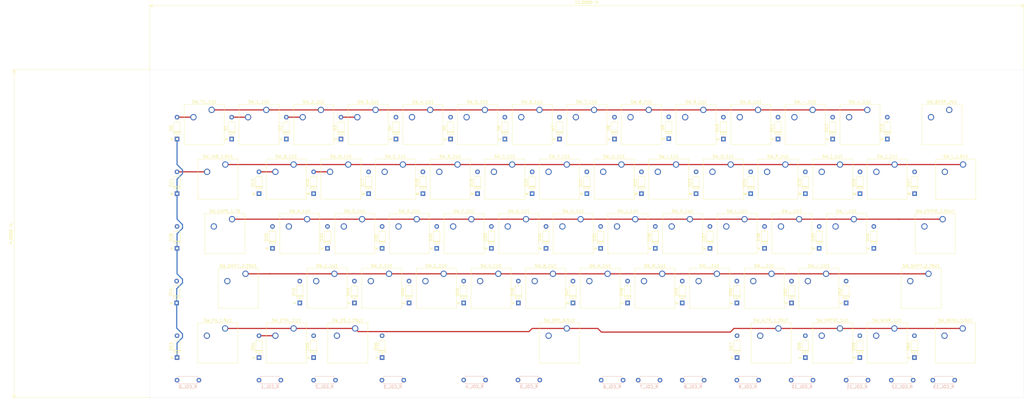
<source format=kicad_pcb>
(kicad_pcb (version 20171130) (host pcbnew "(5.1.2)-1")
  (layers (0 F.Cu signal) (31 B.Cu signal) (34 B.Paste user) (35 F.Paste user) (36 B.SilkS user) (37 F.SilkS user) (38 B.Mask user) (39 F.Mask user) (44 Edge.Cuts user))
  (net 0 "")
  (net 1 "Net-(D0-Pad2)")
  (net 2 /key_matrix/COL_0)
  (net 3 "Net-(D1-Pad2)")
  (net 4 /key_matrix/COL_1)
  (net 5 "Net-(D2-Pad2)")
  (net 6 /key_matrix/COL_2)
  (net 7 "Net-(D3-Pad2)")
  (net 8 /key_matrix/COL_3)
  (net 9 "Net-(D4-Pad2)")
  (net 10 /key_matrix/COL_4)
  (net 11 "Net-(D5-Pad2)")
  (net 12 /key_matrix/COL_5)
  (net 13 "Net-(D6-Pad2)")
  (net 14 /key_matrix/COL_6)
  (net 15 "Net-(D7-Pad2)")
  (net 16 /key_matrix/COL_7)
  (net 17 "Net-(D8-Pad2)")
  (net 18 /key_matrix/COL_8)
  (net 19 "Net-(D9-Pad2)")
  (net 20 /key_matrix/COL_9)
  (net 21 "Net-(D10-Pad2)")
  (net 22 /key_matrix/COL_10)
  (net 23 "Net-(D11-Pad2)")
  (net 24 /key_matrix/COL_11)
  (net 25 "Net-(D12-Pad2)")
  (net 26 /key_matrix/COL_12)
  (net 27 "Net-(D13-Pad2)")
  (net 28 /key_matrix/COL_13)
  (net 29 /key_matrix/ROW_0)
  (net 30 "Net-(D25-Pad2)")
  (net 31 /key_matrix/ROW_1)
  (net 32 "Net-(D27-Pad2)")
  (net 33 "Net-(D26-Pad2)")
  (net 34 "Net-(D17-Pad2)")
  (net 35 "Net-(D22-Pad2)")
  (net 36 "Net-(D23-Pad2)")
  (net 37 "Net-(D24-Pad2)")
  (net 38 "Net-(D15-Pad2)")
  (net 39 "Net-(D18-Pad2)")
  (net 40 "Net-(D19-Pad2)")
  (net 41 "Net-(D14-Pad2)")
  (net 42 "Net-(D21-Pad2)")
  (net 43 "Net-(D16-Pad2)")
  (net 44 "Net-(D20-Pad2)")
  (net 45 "Net-(D28-Pad2)")
  (net 46 "Net-(D29-Pad2)")
  (net 47 "Net-(D30-Pad2)")
  (net 48 "Net-(D31-Pad2)")
  (net 49 "Net-(D32-Pad2)")
  (net 50 "Net-(D33-Pad2)")
  (net 51 "Net-(D34-Pad2)")
  (net 52 "Net-(D35-Pad2)")
  (net 53 "Net-(D36-Pad2)")
  (net 54 "Net-(D37-Pad2)")
  (net 55 "Net-(D38-Pad2)")
  (net 56 "Net-(D39-Pad2)")
  (net 57 "Net-(D40-Pad2)")
  (net 58 "Net-(D41-Pad2)")
  (net 59 "Net-(D42-Pad2)")
  (net 60 "Net-(D43-Pad2)")
  (net 61 "Net-(D44-Pad2)")
  (net 62 "Net-(D45-Pad2)")
  (net 63 "Net-(D46-Pad2)")
  (net 64 "Net-(D47-Pad2)")
  (net 65 "Net-(D48-Pad2)")
  (net 66 "Net-(D49-Pad2)")
  (net 67 "Net-(D50-Pad2)")
  (net 68 "Net-(D51-Pad2)")
  (net 69 "Net-(D52-Pad2)")
  (net 70 /key_matrix/ROW_2)
  (net 71 /key_matrix/ROW_3)
  (net 72 "Net-(D53-Pad2)")
  (net 73 "Net-(D54-Pad2)")
  (net 74 "Net-(D55-Pad2)")
  (net 75 "Net-(D56-Pad2)")
  (net 76 "Net-(D57-Pad2)")
  (net 77 "Net-(D58-Pad2)")
  (net 78 "Net-(D59-Pad2)")
  (net 79 "Net-(D60-Pad2)")
  (net 80 /key_matrix/ROW_4)
  (net 81 GND)
  (module Button_Switch_Keyboard:SW_Cherry_MX_1.00u_PCB (layer F.Cu) (at 271.7165 102.235)
    (fp_text reference SW_WINR_1U1 (at -2.54 -2.794) (layer F.SilkS))
    (fp_text value SW_SPST)
    (pad "" np_thru_hole circle (at 2.54 5.08) (size 1.7 1.7) (drill 1.7) (layers *.Cu *.Mask))
    (pad "" np_thru_hole circle (at -7.62 5.08) (size 1.7 1.7) (drill 1.7) (layers *.Cu *.Mask))
    (pad "" np_thru_hole circle (at -2.54 5.08) (size 4 4) (drill 4) (layers *.Cu *.Mask))
    (pad 2 thru_hole circle (at -6.35 2.54) (size 2.2 2.2) (drill 1.5) (layers *.Cu *.Mask) (net 78 "Net-(D59-Pad2)"))
    (pad 1 thru_hole circle (at 0 0) (size 2.2 2.2) (drill 1.5) (layers *.Cu *.Mask) (net 80 /key_matrix/ROW_4))
  )
  (module Button_Switch_Keyboard:SW_Cherry_MX_1.00u_PCB (layer F.Cu) (at 252.73 102.235)
    (fp_text reference SW_PRTSC_1U1 (at -2.54 -2.794) (layer F.SilkS))
    (fp_text value SW_SPST)
    (pad "" np_thru_hole circle (at 2.54 5.08) (size 1.7 1.7) (drill 1.7) (layers *.Cu *.Mask))
    (pad "" np_thru_hole circle (at -7.62 5.08) (size 1.7 1.7) (drill 1.7) (layers *.Cu *.Mask))
    (pad "" np_thru_hole circle (at -2.54 5.08) (size 4 4) (drill 4) (layers *.Cu *.Mask))
    (pad 2 thru_hole circle (at -6.35 2.54) (size 2.2 2.2) (drill 1.5) (layers *.Cu *.Mask) (net 77 "Net-(D58-Pad2)"))
    (pad 1 thru_hole circle (at 0 0) (size 2.2 2.2) (drill 1.5) (layers *.Cu *.Mask) (net 80 /key_matrix/ROW_4))
  )
  (module Button_Switch_Keyboard:SW_Cherry_MX_1.50u_PCB (layer F.Cu) (at 295.529 102.235)
    (fp_text reference SW_MENU_1.5U1 (at -2.54 -2.794) (layer F.SilkS))
    (fp_text value SW_SPST)
    (pad "" np_thru_hole circle (at 2.54 5.08) (size 1.7 1.7) (drill 1.7) (layers *.Cu *.Mask))
    (pad "" np_thru_hole circle (at -7.62 5.08) (size 1.7 1.7) (drill 1.7) (layers *.Cu *.Mask))
    (pad "" np_thru_hole circle (at -2.54 5.08) (size 4 4) (drill 4) (layers *.Cu *.Mask))
    (pad 2 thru_hole circle (at -6.35 2.54) (size 2.2 2.2) (drill 1.5) (layers *.Cu *.Mask) (net 79 "Net-(D60-Pad2)"))
    (pad 1 thru_hole circle (at 0 0) (size 2.2 2.2) (drill 1.5) (layers *.Cu *.Mask) (net 80 /key_matrix/ROW_4))
  )
  (module Button_Switch_Keyboard:SW_Cherry_MX_1.25u_PCB (layer F.Cu) (at 231.267 102.235)
    (fp_text reference SW_ALTR_1.25U1 (at -2.54 -2.794) (layer F.SilkS))
    (fp_text value SW_SPST)
    (pad "" np_thru_hole circle (at 2.54 5.08) (size 1.7 1.7) (drill 1.7) (layers *.Cu *.Mask))
    (pad "" np_thru_hole circle (at -7.62 5.08) (size 1.7 1.7) (drill 1.7) (layers *.Cu *.Mask))
    (pad "" np_thru_hole circle (at -2.54 5.08) (size 4 4) (drill 4) (layers *.Cu *.Mask))
    (pad 2 thru_hole circle (at -6.35 2.54) (size 2.2 2.2) (drill 1.5) (layers *.Cu *.Mask) (net 76 "Net-(D57-Pad2)"))
    (pad 1 thru_hole circle (at 0 0) (size 2.2 2.2) (drill 1.5) (layers *.Cu *.Mask) (net 80 /key_matrix/ROW_4))
  )
  (module mechanical_keyboard_mk1:D_DO-35_SOD27_P7.62mm_Horizontal (layer F.Cu) (at 278.7015 112.395 90)
    (fp_text reference D60 (at 3.81 -2.12 90) (layer F.SilkS))
    (fp_text value 1N4148)
    (fp_text user K (at 0 -1.8 90) (layer F.SilkS))
    (pad 1 thru_hole rect (at 0 0 90) (size 1.6 1.6) (drill 0.8) (layers *.Cu *.Mask) (net 26 /key_matrix/COL_12))
    (pad 2 thru_hole oval (at 7.62 0 90) (size 1.6 1.6) (drill 0.8) (layers *.Cu *.Mask) (net 79 "Net-(D60-Pad2)"))
  )
  (module mechanical_keyboard_mk1:D_DO-35_SOD27_P7.62mm_Horizontal (layer F.Cu) (at 259.6515 112.395 90)
    (fp_text reference D59 (at 3.81 -2.12 90) (layer F.SilkS))
    (fp_text value 1N4148)
    (fp_text user K (at 0 -1.8 90) (layer F.SilkS))
    (pad 1 thru_hole rect (at 0 0 90) (size 1.6 1.6) (drill 0.8) (layers *.Cu *.Mask) (net 24 /key_matrix/COL_11))
    (pad 2 thru_hole oval (at 7.62 0 90) (size 1.6 1.6) (drill 0.8) (layers *.Cu *.Mask) (net 78 "Net-(D59-Pad2)"))
  )
  (module mechanical_keyboard_mk1:D_DO-35_SOD27_P7.62mm_Horizontal (layer F.Cu) (at 240.665 112.395 90)
    (fp_text reference D58 (at 3.81 -2.12 90) (layer F.SilkS))
    (fp_text value 1N4148)
    (fp_text user K (at 0 -1.8 90) (layer F.SilkS))
    (pad 1 thru_hole rect (at 0 0 90) (size 1.6 1.6) (drill 0.8) (layers *.Cu *.Mask) (net 22 /key_matrix/COL_10))
    (pad 2 thru_hole oval (at 7.62 0 90) (size 1.6 1.6) (drill 0.8) (layers *.Cu *.Mask) (net 77 "Net-(D58-Pad2)"))
  )
  (module mechanical_keyboard_mk1:D_DO-35_SOD27_P7.62mm_Horizontal (layer F.Cu) (at 216.8525 112.395 90)
    (fp_text reference D57 (at 3.81 -2.12 90) (layer F.SilkS))
    (fp_text value 1N4148)
    (fp_text user K (at 0 -1.8 90) (layer F.SilkS))
    (pad 1 thru_hole rect (at 0 0 90) (size 1.6 1.6) (drill 0.8) (layers *.Cu *.Mask) (net 20 /key_matrix/COL_9))
    (pad 2 thru_hole oval (at 7.62 0 90) (size 1.6 1.6) (drill 0.8) (layers *.Cu *.Mask) (net 76 "Net-(D57-Pad2)"))
  )
  (module Resistors_THT:R_Axial_DIN0207_L6.3mm_D2.5mm_P7.62mm_Horizontal (layer B.Cu) (at 285.115 120.269)
    (fp_text reference R_COL_13 (at 3.81 2.31) (layer B.SilkS) (effects (justify mirror)))
    (fp_text value 10k)
    (pad 1 thru_hole circle (at 0 0) (size 1.6 1.6) (drill 0.8) (layers *.Cu *.Mask) (net 28 /key_matrix/COL_13))
    (pad 2 thru_hole oval (at 7.62 0) (size 1.6 1.6) (drill 0.8) (layers *.Cu *.Mask) (net 81 GND))
  )
  (module Resistors_THT:R_Axial_DIN0207_L6.3mm_D2.5mm_P7.62mm_Horizontal (layer B.Cu) (at 270.637 120.269)
    (fp_text reference R_COL_12 (at 3.81 2.31) (layer B.SilkS) (effects (justify mirror)))
    (fp_text value 10k)
    (pad 1 thru_hole circle (at 0 0) (size 1.6 1.6) (drill 0.8) (layers *.Cu *.Mask) (net 26 /key_matrix/COL_12))
    (pad 2 thru_hole oval (at 7.62 0) (size 1.6 1.6) (drill 0.8) (layers *.Cu *.Mask) (net 81 GND))
  )
  (module Resistors_THT:R_Axial_DIN0207_L6.3mm_D2.5mm_P7.62mm_Horizontal (layer B.Cu) (at 254.889 120.269)
    (fp_text reference R_COL_11 (at 3.81 2.31) (layer B.SilkS) (effects (justify mirror)))
    (fp_text value 10k)
    (pad 1 thru_hole circle (at 0 0) (size 1.6 1.6) (drill 0.8) (layers *.Cu *.Mask) (net 24 /key_matrix/COL_11))
    (pad 2 thru_hole oval (at 7.62 0) (size 1.6 1.6) (drill 0.8) (layers *.Cu *.Mask) (net 81 GND))
  )
  (module Resistors_THT:R_Axial_DIN0207_L6.3mm_D2.5mm_P7.62mm_Horizontal (layer B.Cu) (at 235.712 120.269)
    (fp_text reference R_COL_10 (at 3.81 2.31) (layer B.SilkS) (effects (justify mirror)))
    (fp_text value 10k)
    (pad 1 thru_hole circle (at 0 0) (size 1.6 1.6) (drill 0.8) (layers *.Cu *.Mask) (net 22 /key_matrix/COL_10))
    (pad 2 thru_hole oval (at 7.62 0) (size 1.6 1.6) (drill 0.8) (layers *.Cu *.Mask) (net 81 GND))
  )
  (module Resistors_THT:R_Axial_DIN0207_L6.3mm_D2.5mm_P7.62mm_Horizontal (layer B.Cu) (at 216.789 120.269)
    (fp_text reference R_COL_9 (at 3.81 2.31) (layer B.SilkS) (effects (justify mirror)))
    (fp_text value 10k)
    (pad 1 thru_hole circle (at 0 0) (size 1.6 1.6) (drill 0.8) (layers *.Cu *.Mask) (net 20 /key_matrix/COL_9))
    (pad 2 thru_hole oval (at 7.62 0) (size 1.6 1.6) (drill 0.8) (layers *.Cu *.Mask) (net 81 GND))
  )
  (module Resistors_THT:R_Axial_DIN0207_L6.3mm_D2.5mm_P7.62mm_Horizontal (layer B.Cu) (at 197.739 120.269)
    (fp_text reference R_COL_8 (at 3.81 2.31) (layer B.SilkS) (effects (justify mirror)))
    (fp_text value 10k)
    (pad 1 thru_hole circle (at 0 0) (size 1.6 1.6) (drill 0.8) (layers *.Cu *.Mask) (net 18 /key_matrix/COL_8))
    (pad 2 thru_hole oval (at 7.62 0) (size 1.6 1.6) (drill 0.8) (layers *.Cu *.Mask) (net 81 GND))
  )
  (module Resistors_THT:R_Axial_DIN0207_L6.3mm_D2.5mm_P7.62mm_Horizontal (layer B.Cu) (at 182.372 120.269)
    (fp_text reference R_COL_7 (at 3.81 2.31) (layer B.SilkS) (effects (justify mirror)))
    (fp_text value 10k)
    (pad 1 thru_hole circle (at 0 0) (size 1.6 1.6) (drill 0.8) (layers *.Cu *.Mask) (net 16 /key_matrix/COL_7))
    (pad 2 thru_hole oval (at 7.62 0) (size 1.6 1.6) (drill 0.8) (layers *.Cu *.Mask) (net 81 GND))
  )
  (module Resistors_THT:R_Axial_DIN0207_L6.3mm_D2.5mm_P7.62mm_Horizontal (layer B.Cu) (at 169.4815 120.269)
    (fp_text reference R_COL_6 (at 3.81 2.31) (layer B.SilkS) (effects (justify mirror)))
    (fp_text value 10k)
    (pad 1 thru_hole circle (at 0 0) (size 1.6 1.6) (drill 0.8) (layers *.Cu *.Mask) (net 14 /key_matrix/COL_6))
    (pad 2 thru_hole oval (at 7.62 0) (size 1.6 1.6) (drill 0.8) (layers *.Cu *.Mask) (net 81 GND))
  )
  (module Resistors_THT:R_Axial_DIN0207_L6.3mm_D2.5mm_P7.62mm_Horizontal (layer B.Cu) (at 140.462 120.2055)
    (fp_text reference R_COL_5 (at 3.81 2.31) (layer B.SilkS) (effects (justify mirror)))
    (fp_text value 10k)
    (pad 1 thru_hole circle (at 0 0) (size 1.6 1.6) (drill 0.8) (layers *.Cu *.Mask) (net 12 /key_matrix/COL_5))
    (pad 2 thru_hole oval (at 7.62 0) (size 1.6 1.6) (drill 0.8) (layers *.Cu *.Mask) (net 81 GND))
  )
  (module Resistors_THT:R_Axial_DIN0207_L6.3mm_D2.5mm_P7.62mm_Horizontal (layer B.Cu) (at 121.539 120.2055)
    (fp_text reference R_COL_4 (at 3.81 2.31) (layer B.SilkS) (effects (justify mirror)))
    (fp_text value 10k)
    (pad 1 thru_hole circle (at 0 0) (size 1.6 1.6) (drill 0.8) (layers *.Cu *.Mask) (net 10 /key_matrix/COL_4))
    (pad 2 thru_hole oval (at 7.62 0) (size 1.6 1.6) (drill 0.8) (layers *.Cu *.Mask) (net 81 GND))
  )
  (module Resistors_THT:R_Axial_DIN0207_L6.3mm_D2.5mm_P7.62mm_Horizontal (layer B.Cu) (at 93.0275 120.269)
    (fp_text reference R_COL_3 (at 3.81 2.31) (layer B.SilkS) (effects (justify mirror)))
    (fp_text value 10k)
    (pad 1 thru_hole circle (at 0 0) (size 1.6 1.6) (drill 0.8) (layers *.Cu *.Mask) (net 8 /key_matrix/COL_3))
    (pad 2 thru_hole oval (at 7.62 0) (size 1.6 1.6) (drill 0.8) (layers *.Cu *.Mask) (net 81 GND))
  )
  (module Resistors_THT:R_Axial_DIN0207_L6.3mm_D2.5mm_P7.62mm_Horizontal (layer B.Cu) (at 69.215 120.269)
    (fp_text reference R_COL_2 (at 3.81 2.31) (layer B.SilkS) (effects (justify mirror)))
    (fp_text value 10k)
    (pad 1 thru_hole circle (at 0 0) (size 1.6 1.6) (drill 0.8) (layers *.Cu *.Mask) (net 6 /key_matrix/COL_2))
    (pad 2 thru_hole oval (at 7.62 0) (size 1.6 1.6) (drill 0.8) (layers *.Cu *.Mask) (net 81 GND))
  )
  (module Resistors_THT:R_Axial_DIN0207_L6.3mm_D2.5mm_P7.62mm_Horizontal (layer B.Cu) (at 50.165 120.269)
    (fp_text reference R_COL_1 (at 3.81 2.31) (layer B.SilkS) (effects (justify mirror)))
    (fp_text value 10k)
    (pad 1 thru_hole circle (at 0 0) (size 1.6 1.6) (drill 0.8) (layers *.Cu *.Mask) (net 4 /key_matrix/COL_1))
    (pad 2 thru_hole oval (at 7.62 0) (size 1.6 1.6) (drill 0.8) (layers *.Cu *.Mask) (net 81 GND))
  )
  (module Resistors_THT:R_Axial_DIN0207_L6.3mm_D2.5mm_P7.62mm_Horizontal (layer B.Cu) (at 21.59 120.269)
    (fp_text reference R_COL_0 (at 3.81 2.31) (layer B.SilkS) (effects (justify mirror)))
    (fp_text value 10k)
    (pad 1 thru_hole circle (at 0 0) (size 1.6 1.6) (drill 0.8) (layers *.Cu *.Mask) (net 2 /key_matrix/COL_0))
    (pad 2 thru_hole oval (at 7.62 0) (size 1.6 1.6) (drill 0.8) (layers *.Cu *.Mask) (net 81 GND))
  )
  (module Button_Switch_Keyboard:SW_Cherry_MX_1.00u_PCB (layer F.Cu) (at 109.855 26.035)
    (fp_text reference SW_4_1U1 (at -2.54 -2.794) (layer F.SilkS))
    (fp_text value SW_SPST)
    (pad "" np_thru_hole circle (at 2.54 5.08) (size 1.7 1.7) (drill 1.7) (layers *.Cu *.Mask))
    (pad "" np_thru_hole circle (at -7.62 5.08) (size 1.7 1.7) (drill 1.7) (layers *.Cu *.Mask))
    (pad "" np_thru_hole circle (at -2.54 5.08) (size 4 4) (drill 4) (layers *.Cu *.Mask))
    (pad 2 thru_hole circle (at -6.35 2.54) (size 2.2 2.2) (drill 1.5) (layers *.Cu *.Mask) (net 9 "Net-(D4-Pad2)"))
    (pad 1 thru_hole circle (at 0 0) (size 2.2 2.2) (drill 1.5) (layers *.Cu *.Mask) (net 29 /key_matrix/ROW_0))
  )
  (module mechanical_keyboard_mk1:SW_Cherry_MX_6.5u_PCB (layer F.Cu) (at 157.48 102.235)
    (fp_text reference SW_SPC_6.5U1 (at -2.54 -2.794) (layer F.SilkS))
    (fp_text value SW_SPST)
    (pad "" np_thru_hole circle (at 47.46 -1.92) (size 3.05 3.05) (drill 3.05) (layers *.Cu *.Mask))
    (pad "" np_thru_hole circle (at -52.54 -1.92) (size 3.05 3.05) (drill 3.05) (layers *.Cu *.Mask))
    (pad "" np_thru_hole circle (at -52.54 13.32) (size 4 4) (drill 4) (layers *.Cu *.Mask))
    (pad "" np_thru_hole circle (at 47.46 13.32) (size 4 4) (drill 4) (layers *.Cu *.Mask))
    (pad "" np_thru_hole circle (at 2.54 5.08) (size 1.7 1.7) (drill 1.7) (layers *.Cu *.Mask))
    (pad "" np_thru_hole circle (at -7.62 5.08) (size 1.7 1.7) (drill 1.7) (layers *.Cu *.Mask))
    (pad "" np_thru_hole circle (at -2.54 5.08) (size 4 4) (drill 4) (layers *.Cu *.Mask))
    (pad 2 thru_hole circle (at -6.35 2.54) (size 2.2 2.2) (drill 1.5) (layers *.Cu *.Mask) (net 75 "Net-(D56-Pad2)"))
    (pad 1 thru_hole circle (at 0 0) (size 2.2 2.2) (drill 1.5) (layers *.Cu *.Mask) (net 80 /key_matrix/ROW_4))
  )
  (module Button_Switch_Keyboard:SW_Cherry_MX_1.25u_PCB (layer F.Cu) (at 83.693 102.235)
    (fp_text reference SW_OS_1.25U1 (at -2.54 -2.794) (layer F.SilkS))
    (fp_text value SW_SPST)
    (pad "" np_thru_hole circle (at 2.54 5.08) (size 1.7 1.7) (drill 1.7) (layers *.Cu *.Mask))
    (pad "" np_thru_hole circle (at -7.62 5.08) (size 1.7 1.7) (drill 1.7) (layers *.Cu *.Mask))
    (pad "" np_thru_hole circle (at -2.54 5.08) (size 4 4) (drill 4) (layers *.Cu *.Mask))
    (pad 2 thru_hole circle (at -6.35 2.54) (size 2.2 2.2) (drill 1.5) (layers *.Cu *.Mask) (net 74 "Net-(D55-Pad2)"))
    (pad 1 thru_hole circle (at 0 0) (size 2.2 2.2) (drill 1.5) (layers *.Cu *.Mask) (net 80 /key_matrix/ROW_4))
  )
  (module Button_Switch_Keyboard:SW_Cherry_MX_1.50u_PCB (layer F.Cu) (at 38.354 102.235)
    (fp_text reference SW_FN_1.5U1 (at -2.54 -2.794) (layer F.SilkS))
    (fp_text value SW_SPST)
    (pad "" np_thru_hole circle (at 2.54 5.08) (size 1.7 1.7) (drill 1.7) (layers *.Cu *.Mask))
    (pad "" np_thru_hole circle (at -7.62 5.08) (size 1.7 1.7) (drill 1.7) (layers *.Cu *.Mask))
    (pad "" np_thru_hole circle (at -2.54 5.08) (size 4 4) (drill 4) (layers *.Cu *.Mask))
    (pad 2 thru_hole circle (at -6.35 2.54) (size 2.2 2.2) (drill 1.5) (layers *.Cu *.Mask) (net 72 "Net-(D53-Pad2)"))
    (pad 1 thru_hole circle (at 0 0) (size 2.2 2.2) (drill 1.5) (layers *.Cu *.Mask) (net 80 /key_matrix/ROW_4))
  )
  (module Button_Switch_Keyboard:SW_Cherry_MX_1.00u_PCB (layer F.Cu) (at 62.23 102.235)
    (fp_text reference SW_CTRL_1U1 (at -2.54 -2.794) (layer F.SilkS))
    (fp_text value SW_SPST)
    (pad "" np_thru_hole circle (at 2.54 5.08) (size 1.7 1.7) (drill 1.7) (layers *.Cu *.Mask))
    (pad "" np_thru_hole circle (at -7.62 5.08) (size 1.7 1.7) (drill 1.7) (layers *.Cu *.Mask))
    (pad "" np_thru_hole circle (at -2.54 5.08) (size 4 4) (drill 4) (layers *.Cu *.Mask))
    (pad 2 thru_hole circle (at -6.35 2.54) (size 2.2 2.2) (drill 1.5) (layers *.Cu *.Mask) (net 73 "Net-(D54-Pad2)"))
    (pad 1 thru_hole circle (at 0 0) (size 2.2 2.2) (drill 1.5) (layers *.Cu *.Mask) (net 80 /key_matrix/ROW_4))
  )
  (module mechanical_keyboard_mk1:D_DO-35_SOD27_P7.62mm_Horizontal (layer F.Cu) (at 93.091 112.395 90)
    (fp_text reference D56 (at 3.81 -2.12 90) (layer F.SilkS))
    (fp_text value 1N4148)
    (fp_text user K (at 0 -1.8 90) (layer F.SilkS))
    (pad 1 thru_hole rect (at 0 0 90) (size 1.6 1.6) (drill 0.8) (layers *.Cu *.Mask) (net 8 /key_matrix/COL_3))
    (pad 2 thru_hole oval (at 7.62 0 90) (size 1.6 1.6) (drill 0.8) (layers *.Cu *.Mask) (net 75 "Net-(D56-Pad2)"))
  )
  (module mechanical_keyboard_mk1:D_DO-35_SOD27_P7.62mm_Horizontal (layer F.Cu) (at 69.215 112.395 90)
    (fp_text reference D55 (at 3.81 -2.12 90) (layer F.SilkS))
    (fp_text value 1N4148)
    (fp_text user K (at 0 -1.8 90) (layer F.SilkS))
    (pad 1 thru_hole rect (at 0 0 90) (size 1.6 1.6) (drill 0.8) (layers *.Cu *.Mask) (net 6 /key_matrix/COL_2))
    (pad 2 thru_hole oval (at 7.62 0 90) (size 1.6 1.6) (drill 0.8) (layers *.Cu *.Mask) (net 74 "Net-(D55-Pad2)"))
  )
  (module mechanical_keyboard_mk1:D_DO-35_SOD27_P7.62mm_Horizontal (layer F.Cu) (at 50.165 112.395 90)
    (fp_text reference D54 (at 3.81 -2.12 90) (layer F.SilkS))
    (fp_text value 1N4148)
    (fp_text user K (at 0 -1.8 90) (layer F.SilkS))
    (pad 1 thru_hole rect (at 0 0 90) (size 1.6 1.6) (drill 0.8) (layers *.Cu *.Mask) (net 4 /key_matrix/COL_1))
    (pad 2 thru_hole oval (at 7.62 0 90) (size 1.6 1.6) (drill 0.8) (layers *.Cu *.Mask) (net 73 "Net-(D54-Pad2)"))
  )
  (module mechanical_keyboard_mk1:D_DO-35_SOD27_P7.62mm_Horizontal (layer F.Cu) (at 21.59 112.395 90)
    (fp_text reference D53 (at 3.81 -2.12 90) (layer F.SilkS))
    (fp_text value 1N4148)
    (fp_text user K (at 0 -1.8 90) (layer F.SilkS))
    (pad 1 thru_hole rect (at 0 0 90) (size 1.6 1.6) (drill 0.8) (layers *.Cu *.Mask) (net 2 /key_matrix/COL_0))
    (pad 2 thru_hole oval (at 7.62 0 90) (size 1.6 1.6) (drill 0.8) (layers *.Cu *.Mask) (net 72 "Net-(D53-Pad2)"))
  )
  (module Button_Switch_Keyboard:SW_Cherry_MX_1.00u_PCB (layer F.Cu) (at 76.454 83.185)
    (fp_text reference SW_Z_1U1 (at -2.54 -2.794) (layer F.SilkS))
    (fp_text value SW_SPST)
    (pad "" np_thru_hole circle (at 2.54 5.08) (size 1.7 1.7) (drill 1.7) (layers *.Cu *.Mask))
    (pad "" np_thru_hole circle (at -7.62 5.08) (size 1.7 1.7) (drill 1.7) (layers *.Cu *.Mask))
    (pad "" np_thru_hole circle (at -2.54 5.08) (size 4 4) (drill 4) (layers *.Cu *.Mask))
    (pad 2 thru_hole circle (at -6.35 2.54) (size 2.2 2.2) (drill 1.5) (layers *.Cu *.Mask) (net 59 "Net-(D42-Pad2)"))
    (pad 1 thru_hole circle (at 0 0) (size 2.2 2.2) (drill 1.5) (layers *.Cu *.Mask) (net 71 /key_matrix/ROW_3))
  )
  (module Button_Switch_Keyboard:SW_Cherry_MX_1.00u_PCB (layer F.Cu) (at 95.504 83.185)
    (fp_text reference SW_X_1U1 (at -2.54 -2.794) (layer F.SilkS))
    (fp_text value SW_SPST)
    (pad "" np_thru_hole circle (at 2.54 5.08) (size 1.7 1.7) (drill 1.7) (layers *.Cu *.Mask))
    (pad "" np_thru_hole circle (at -7.62 5.08) (size 1.7 1.7) (drill 1.7) (layers *.Cu *.Mask))
    (pad "" np_thru_hole circle (at -2.54 5.08) (size 4 4) (drill 4) (layers *.Cu *.Mask))
    (pad 2 thru_hole circle (at -6.35 2.54) (size 2.2 2.2) (drill 1.5) (layers *.Cu *.Mask) (net 60 "Net-(D43-Pad2)"))
    (pad 1 thru_hole circle (at 0 0) (size 2.2 2.2) (drill 1.5) (layers *.Cu *.Mask) (net 71 /key_matrix/ROW_3))
  )
  (module Button_Switch_Keyboard:SW_Cherry_MX_1.00u_PCB (layer F.Cu) (at 133.604 83.185)
    (fp_text reference SW_V_1U1 (at -2.54 -2.794) (layer F.SilkS))
    (fp_text value SW_SPST)
    (pad "" np_thru_hole circle (at 2.54 5.08) (size 1.7 1.7) (drill 1.7) (layers *.Cu *.Mask))
    (pad "" np_thru_hole circle (at -7.62 5.08) (size 1.7 1.7) (drill 1.7) (layers *.Cu *.Mask))
    (pad "" np_thru_hole circle (at -2.54 5.08) (size 4 4) (drill 4) (layers *.Cu *.Mask))
    (pad 2 thru_hole circle (at -6.35 2.54) (size 2.2 2.2) (drill 1.5) (layers *.Cu *.Mask) (net 62 "Net-(D45-Pad2)"))
    (pad 1 thru_hole circle (at 0 0) (size 2.2 2.2) (drill 1.5) (layers *.Cu *.Mask) (net 71 /key_matrix/ROW_3))
  )
  (module Button_Switch_Keyboard:SW_Cherry_MX_2.75u_PCB (layer F.Cu) (at 283.591 83.185)
    (fp_text reference SW_SHIFT_2.75U1 (at -2.54 -2.794) (layer F.SilkS))
    (fp_text value SW_SPST)
    (pad "" np_thru_hole circle (at 9.36 -1.92) (size 3.05 3.05) (drill 3.05) (layers *.Cu *.Mask))
    (pad "" np_thru_hole circle (at -14.44 -1.92) (size 3.05 3.05) (drill 3.05) (layers *.Cu *.Mask))
    (pad "" np_thru_hole circle (at -14.44 13.32) (size 4 4) (drill 4) (layers *.Cu *.Mask))
    (pad "" np_thru_hole circle (at 9.36 13.32) (size 4 4) (drill 4) (layers *.Cu *.Mask))
    (pad "" np_thru_hole circle (at 2.54 5.08) (size 1.7 1.7) (drill 1.7) (layers *.Cu *.Mask))
    (pad "" np_thru_hole circle (at -7.62 5.08) (size 1.7 1.7) (drill 1.7) (layers *.Cu *.Mask))
    (pad "" np_thru_hole circle (at -2.54 5.08) (size 4 4) (drill 4) (layers *.Cu *.Mask))
    (pad 2 thru_hole circle (at -6.35 2.54) (size 2.2 2.2) (drill 1.5) (layers *.Cu *.Mask) (net 69 "Net-(D52-Pad2)"))
    (pad 1 thru_hole circle (at 0 0) (size 2.2 2.2) (drill 1.5) (layers *.Cu *.Mask) (net 71 /key_matrix/ROW_3))
  )
  (module Button_Switch_Keyboard:SW_Cherry_MX_2.25u_PCB (layer F.Cu) (at 45.466 83.185)
    (fp_text reference SW_SHIFT_2.25U1 (at -2.54 -2.794) (layer F.SilkS))
    (fp_text value SW_SPST)
    (pad "" np_thru_hole circle (at 9.36 -1.92) (size 3.05 3.05) (drill 3.05) (layers *.Cu *.Mask))
    (pad "" np_thru_hole circle (at -14.44 -1.92) (size 3.05 3.05) (drill 3.05) (layers *.Cu *.Mask))
    (pad "" np_thru_hole circle (at -14.44 13.32) (size 4 4) (drill 4) (layers *.Cu *.Mask))
    (pad "" np_thru_hole circle (at 9.36 13.32) (size 4 4) (drill 4) (layers *.Cu *.Mask))
    (pad "" np_thru_hole circle (at 2.54 5.08) (size 1.7 1.7) (drill 1.7) (layers *.Cu *.Mask))
    (pad "" np_thru_hole circle (at -7.62 5.08) (size 1.7 1.7) (drill 1.7) (layers *.Cu *.Mask))
    (pad "" np_thru_hole circle (at -2.54 5.08) (size 4 4) (drill 4) (layers *.Cu *.Mask))
    (pad 2 thru_hole circle (at -6.35 2.54) (size 2.2 2.2) (drill 1.5) (layers *.Cu *.Mask) (net 58 "Net-(D41-Pad2)"))
    (pad 1 thru_hole circle (at 0 0) (size 2.2 2.2) (drill 1.5) (layers *.Cu *.Mask) (net 71 /key_matrix/ROW_3))
  )
  (module Button_Switch_Keyboard:SW_Cherry_MX_1.00u_PCB (layer F.Cu) (at 171.704 83.185)
    (fp_text reference SW_N_1U1 (at -2.54 -2.794) (layer F.SilkS))
    (fp_text value SW_SPST)
    (pad "" np_thru_hole circle (at 2.54 5.08) (size 1.7 1.7) (drill 1.7) (layers *.Cu *.Mask))
    (pad "" np_thru_hole circle (at -7.62 5.08) (size 1.7 1.7) (drill 1.7) (layers *.Cu *.Mask))
    (pad "" np_thru_hole circle (at -2.54 5.08) (size 4 4) (drill 4) (layers *.Cu *.Mask))
    (pad 2 thru_hole circle (at -6.35 2.54) (size 2.2 2.2) (drill 1.5) (layers *.Cu *.Mask) (net 64 "Net-(D47-Pad2)"))
    (pad 1 thru_hole circle (at 0 0) (size 2.2 2.2) (drill 1.5) (layers *.Cu *.Mask) (net 71 /key_matrix/ROW_3))
  )
  (module Button_Switch_Keyboard:SW_Cherry_MX_1.00u_PCB (layer F.Cu) (at 190.754 83.185)
    (fp_text reference SW_M_1U1 (at -2.54 -2.794) (layer F.SilkS))
    (fp_text value SW_SPST)
    (pad "" np_thru_hole circle (at 2.54 5.08) (size 1.7 1.7) (drill 1.7) (layers *.Cu *.Mask))
    (pad "" np_thru_hole circle (at -7.62 5.08) (size 1.7 1.7) (drill 1.7) (layers *.Cu *.Mask))
    (pad "" np_thru_hole circle (at -2.54 5.08) (size 4 4) (drill 4) (layers *.Cu *.Mask))
    (pad 2 thru_hole circle (at -6.35 2.54) (size 2.2 2.2) (drill 1.5) (layers *.Cu *.Mask) (net 65 "Net-(D48-Pad2)"))
    (pad 1 thru_hole circle (at 0 0) (size 2.2 2.2) (drill 1.5) (layers *.Cu *.Mask) (net 71 /key_matrix/ROW_3))
  )
  (module Button_Switch_Keyboard:SW_Cherry_MX_1.00u_PCB (layer F.Cu) (at 114.554 83.185)
    (fp_text reference SW_C_1U1 (at -2.54 -2.794) (layer F.SilkS))
    (fp_text value SW_SPST)
    (pad "" np_thru_hole circle (at 2.54 5.08) (size 1.7 1.7) (drill 1.7) (layers *.Cu *.Mask))
    (pad "" np_thru_hole circle (at -7.62 5.08) (size 1.7 1.7) (drill 1.7) (layers *.Cu *.Mask))
    (pad "" np_thru_hole circle (at -2.54 5.08) (size 4 4) (drill 4) (layers *.Cu *.Mask))
    (pad 2 thru_hole circle (at -6.35 2.54) (size 2.2 2.2) (drill 1.5) (layers *.Cu *.Mask) (net 61 "Net-(D44-Pad2)"))
    (pad 1 thru_hole circle (at 0 0) (size 2.2 2.2) (drill 1.5) (layers *.Cu *.Mask) (net 71 /key_matrix/ROW_3))
  )
  (module Button_Switch_Keyboard:SW_Cherry_MX_1.00u_PCB (layer F.Cu) (at 152.654 83.185)
    (fp_text reference SW_B_1U1 (at -2.54 -2.794) (layer F.SilkS))
    (fp_text value SW_SPST)
    (pad "" np_thru_hole circle (at 2.54 5.08) (size 1.7 1.7) (drill 1.7) (layers *.Cu *.Mask))
    (pad "" np_thru_hole circle (at -7.62 5.08) (size 1.7 1.7) (drill 1.7) (layers *.Cu *.Mask))
    (pad "" np_thru_hole circle (at -2.54 5.08) (size 4 4) (drill 4) (layers *.Cu *.Mask))
    (pad 2 thru_hole circle (at -6.35 2.54) (size 2.2 2.2) (drill 1.5) (layers *.Cu *.Mask) (net 63 "Net-(D46-Pad2)"))
    (pad 1 thru_hole circle (at 0 0) (size 2.2 2.2) (drill 1.5) (layers *.Cu *.Mask) (net 71 /key_matrix/ROW_3))
  )
  (module Button_Switch_Keyboard:SW_Cherry_MX_1.00u_PCB (layer F.Cu) (at 247.904 83.185)
    (fp_text reference SW_/_1U1 (at -2.54 -2.794) (layer F.SilkS))
    (fp_text value SW_SPST)
    (pad "" np_thru_hole circle (at 2.54 5.08) (size 1.7 1.7) (drill 1.7) (layers *.Cu *.Mask))
    (pad "" np_thru_hole circle (at -7.62 5.08) (size 1.7 1.7) (drill 1.7) (layers *.Cu *.Mask))
    (pad "" np_thru_hole circle (at -2.54 5.08) (size 4 4) (drill 4) (layers *.Cu *.Mask))
    (pad 2 thru_hole circle (at -6.35 2.54) (size 2.2 2.2) (drill 1.5) (layers *.Cu *.Mask) (net 68 "Net-(D51-Pad2)"))
    (pad 1 thru_hole circle (at 0 0) (size 2.2 2.2) (drill 1.5) (layers *.Cu *.Mask) (net 71 /key_matrix/ROW_3))
  )
  (module Button_Switch_Keyboard:SW_Cherry_MX_1.00u_PCB (layer F.Cu) (at 228.854 83.185)
    (fp_text reference SW_._1U1 (at -2.54 -2.794) (layer F.SilkS))
    (fp_text value SW_SPST)
    (pad "" np_thru_hole circle (at 2.54 5.08) (size 1.7 1.7) (drill 1.7) (layers *.Cu *.Mask))
    (pad "" np_thru_hole circle (at -7.62 5.08) (size 1.7 1.7) (drill 1.7) (layers *.Cu *.Mask))
    (pad "" np_thru_hole circle (at -2.54 5.08) (size 4 4) (drill 4) (layers *.Cu *.Mask))
    (pad 2 thru_hole circle (at -6.35 2.54) (size 2.2 2.2) (drill 1.5) (layers *.Cu *.Mask) (net 67 "Net-(D50-Pad2)"))
    (pad 1 thru_hole circle (at 0 0) (size 2.2 2.2) (drill 1.5) (layers *.Cu *.Mask) (net 71 /key_matrix/ROW_3))
  )
  (module Button_Switch_Keyboard:SW_Cherry_MX_1.00u_PCB (layer F.Cu) (at 209.804 83.185)
    (fp_text reference SW_,_1U1 (at -2.54 -2.794) (layer F.SilkS))
    (fp_text value SW_SPST)
    (pad "" np_thru_hole circle (at 2.54 5.08) (size 1.7 1.7) (drill 1.7) (layers *.Cu *.Mask))
    (pad "" np_thru_hole circle (at -7.62 5.08) (size 1.7 1.7) (drill 1.7) (layers *.Cu *.Mask))
    (pad "" np_thru_hole circle (at -2.54 5.08) (size 4 4) (drill 4) (layers *.Cu *.Mask))
    (pad 2 thru_hole circle (at -6.35 2.54) (size 2.2 2.2) (drill 1.5) (layers *.Cu *.Mask) (net 66 "Net-(D49-Pad2)"))
    (pad 1 thru_hole circle (at 0 0) (size 2.2 2.2) (drill 1.5) (layers *.Cu *.Mask) (net 71 /key_matrix/ROW_3))
  )
  (module mechanical_keyboard_mk1:D_DO-35_SOD27_P7.62mm_Horizontal (layer F.Cu) (at 254.889 93.345 90)
    (fp_text reference D52 (at 3.81 -2.12 90) (layer F.SilkS))
    (fp_text value 1N4148)
    (fp_text user K (at 0 -1.8 90) (layer F.SilkS))
    (pad 1 thru_hole rect (at 0 0 90) (size 1.6 1.6) (drill 0.8) (layers *.Cu *.Mask) (net 24 /key_matrix/COL_11))
    (pad 2 thru_hole oval (at 7.62 0 90) (size 1.6 1.6) (drill 0.8) (layers *.Cu *.Mask) (net 69 "Net-(D52-Pad2)"))
  )
  (module mechanical_keyboard_mk1:D_DO-35_SOD27_P7.62mm_Horizontal (layer F.Cu) (at 235.839 93.345 90)
    (fp_text reference D51 (at 3.81 -2.12 90) (layer F.SilkS))
    (fp_text value 1N4148)
    (fp_text user K (at 0 -1.8 90) (layer F.SilkS))
    (pad 1 thru_hole rect (at 0 0 90) (size 1.6 1.6) (drill 0.8) (layers *.Cu *.Mask) (net 22 /key_matrix/COL_10))
    (pad 2 thru_hole oval (at 7.62 0 90) (size 1.6 1.6) (drill 0.8) (layers *.Cu *.Mask) (net 68 "Net-(D51-Pad2)"))
  )
  (module mechanical_keyboard_mk1:D_DO-35_SOD27_P7.62mm_Horizontal (layer F.Cu) (at 216.789 93.345 90)
    (fp_text reference D50 (at 3.81 -2.12 90) (layer F.SilkS))
    (fp_text value 1N4148)
    (fp_text user K (at 0 -1.8 90) (layer F.SilkS))
    (pad 1 thru_hole rect (at 0 0 90) (size 1.6 1.6) (drill 0.8) (layers *.Cu *.Mask) (net 20 /key_matrix/COL_9))
    (pad 2 thru_hole oval (at 7.62 0 90) (size 1.6 1.6) (drill 0.8) (layers *.Cu *.Mask) (net 67 "Net-(D50-Pad2)"))
  )
  (module mechanical_keyboard_mk1:D_DO-35_SOD27_P7.62mm_Horizontal (layer F.Cu) (at 197.739 93.345 90)
    (fp_text reference D49 (at 3.81 -2.12 90) (layer F.SilkS))
    (fp_text value 1N4148)
    (fp_text user K (at 0 -1.8 90) (layer F.SilkS))
    (pad 1 thru_hole rect (at 0 0 90) (size 1.6 1.6) (drill 0.8) (layers *.Cu *.Mask) (net 18 /key_matrix/COL_8))
    (pad 2 thru_hole oval (at 7.62 0 90) (size 1.6 1.6) (drill 0.8) (layers *.Cu *.Mask) (net 66 "Net-(D49-Pad2)"))
  )
  (module mechanical_keyboard_mk1:D_DO-35_SOD27_P7.62mm_Horizontal (layer F.Cu) (at 178.689 93.345 90)
    (fp_text reference D48 (at 3.81 -2.12 90) (layer F.SilkS))
    (fp_text value 1N4148)
    (fp_text user K (at 0 -1.8 90) (layer F.SilkS))
    (pad 1 thru_hole rect (at 0 0 90) (size 1.6 1.6) (drill 0.8) (layers *.Cu *.Mask) (net 16 /key_matrix/COL_7))
    (pad 2 thru_hole oval (at 7.62 0 90) (size 1.6 1.6) (drill 0.8) (layers *.Cu *.Mask) (net 65 "Net-(D48-Pad2)"))
  )
  (module mechanical_keyboard_mk1:D_DO-35_SOD27_P7.62mm_Horizontal (layer F.Cu) (at 159.639 93.345 90)
    (fp_text reference D47 (at 3.81 -2.12 90) (layer F.SilkS))
    (fp_text value 1N4148)
    (fp_text user K (at 0 -1.8 90) (layer F.SilkS))
    (pad 1 thru_hole rect (at 0 0 90) (size 1.6 1.6) (drill 0.8) (layers *.Cu *.Mask) (net 14 /key_matrix/COL_6))
    (pad 2 thru_hole oval (at 7.62 0 90) (size 1.6 1.6) (drill 0.8) (layers *.Cu *.Mask) (net 64 "Net-(D47-Pad2)"))
  )
  (module mechanical_keyboard_mk1:D_DO-35_SOD27_P7.62mm_Horizontal (layer F.Cu) (at 140.589 93.345 90)
    (fp_text reference D46 (at 3.81 -2.12 90) (layer F.SilkS))
    (fp_text value 1N4148)
    (fp_text user K (at 0 -1.8 90) (layer F.SilkS))
    (pad 1 thru_hole rect (at 0 0 90) (size 1.6 1.6) (drill 0.8) (layers *.Cu *.Mask) (net 12 /key_matrix/COL_5))
    (pad 2 thru_hole oval (at 7.62 0 90) (size 1.6 1.6) (drill 0.8) (layers *.Cu *.Mask) (net 63 "Net-(D46-Pad2)"))
  )
  (module mechanical_keyboard_mk1:D_DO-35_SOD27_P7.62mm_Horizontal (layer F.Cu) (at 121.539 93.345 90)
    (fp_text reference D45 (at 3.81 -2.12 90) (layer F.SilkS))
    (fp_text value 1N4148)
    (fp_text user K (at 0 -1.8 90) (layer F.SilkS))
    (pad 1 thru_hole rect (at 0 0 90) (size 1.6 1.6) (drill 0.8) (layers *.Cu *.Mask) (net 10 /key_matrix/COL_4))
    (pad 2 thru_hole oval (at 7.62 0 90) (size 1.6 1.6) (drill 0.8) (layers *.Cu *.Mask) (net 62 "Net-(D45-Pad2)"))
  )
  (module mechanical_keyboard_mk1:D_DO-35_SOD27_P7.62mm_Horizontal (layer F.Cu) (at 102.489 93.345 90)
    (fp_text reference D44 (at 3.81 -2.12 90) (layer F.SilkS))
    (fp_text value 1N4148)
    (fp_text user K (at 0 -1.8 90) (layer F.SilkS))
    (pad 1 thru_hole rect (at 0 0 90) (size 1.6 1.6) (drill 0.8) (layers *.Cu *.Mask) (net 8 /key_matrix/COL_3))
    (pad 2 thru_hole oval (at 7.62 0 90) (size 1.6 1.6) (drill 0.8) (layers *.Cu *.Mask) (net 61 "Net-(D44-Pad2)"))
  )
  (module mechanical_keyboard_mk1:D_DO-35_SOD27_P7.62mm_Horizontal (layer F.Cu) (at 83.439 93.345 90)
    (fp_text reference D43 (at 3.81 -2.12 90) (layer F.SilkS))
    (fp_text value 1N4148)
    (fp_text user K (at 0 -1.8 90) (layer F.SilkS))
    (pad 1 thru_hole rect (at 0 0 90) (size 1.6 1.6) (drill 0.8) (layers *.Cu *.Mask) (net 6 /key_matrix/COL_2))
    (pad 2 thru_hole oval (at 7.62 0 90) (size 1.6 1.6) (drill 0.8) (layers *.Cu *.Mask) (net 60 "Net-(D43-Pad2)"))
  )
  (module mechanical_keyboard_mk1:D_DO-35_SOD27_P7.62mm_Horizontal (layer F.Cu) (at 64.389 93.345 90)
    (fp_text reference D42 (at 3.81 -2.12 90) (layer F.SilkS))
    (fp_text value 1N4148)
    (fp_text user K (at 0 -1.8 90) (layer F.SilkS))
    (pad 1 thru_hole rect (at 0 0 90) (size 1.6 1.6) (drill 0.8) (layers *.Cu *.Mask) (net 4 /key_matrix/COL_1))
    (pad 2 thru_hole oval (at 7.62 0 90) (size 1.6 1.6) (drill 0.8) (layers *.Cu *.Mask) (net 59 "Net-(D42-Pad2)"))
  )
  (module mechanical_keyboard_mk1:D_DO-35_SOD27_P7.62mm_Horizontal (layer F.Cu) (at 21.463 93.345 90)
    (fp_text reference D41 (at 3.81 -2.12 90) (layer F.SilkS))
    (fp_text value 1N4148)
    (fp_text user K (at 0 -1.8 90) (layer F.SilkS))
    (pad 1 thru_hole rect (at 0 0 90) (size 1.6 1.6) (drill 0.8) (layers *.Cu *.Mask) (net 2 /key_matrix/COL_0))
    (pad 2 thru_hole oval (at 7.62 0 90) (size 1.6 1.6) (drill 0.8) (layers *.Cu *.Mask) (net 58 "Net-(D41-Pad2)"))
  )
  (module Button_Switch_Keyboard:SW_Cherry_MX_1.00u_PCB (layer F.Cu) (at 86.106 64.135)
    (fp_text reference SW_S_1U1 (at -2.54 -2.794) (layer F.SilkS))
    (fp_text value SW_SPST)
    (pad "" np_thru_hole circle (at 2.54 5.08) (size 1.7 1.7) (drill 1.7) (layers *.Cu *.Mask))
    (pad "" np_thru_hole circle (at -7.62 5.08) (size 1.7 1.7) (drill 1.7) (layers *.Cu *.Mask))
    (pad "" np_thru_hole circle (at -2.54 5.08) (size 4 4) (drill 4) (layers *.Cu *.Mask))
    (pad 2 thru_hole circle (at -6.35 2.54) (size 2.2 2.2) (drill 1.5) (layers *.Cu *.Mask) (net 47 "Net-(D30-Pad2)"))
    (pad 1 thru_hole circle (at 0 0) (size 2.2 2.2) (drill 1.5) (layers *.Cu *.Mask) (net 70 /key_matrix/ROW_2))
  )
  (module Button_Switch_Keyboard:SW_Cherry_MX_1.00u_PCB (layer F.Cu) (at 219.456 64.135)
    (fp_text reference SW_L_1U1 (at -2.54 -2.794) (layer F.SilkS))
    (fp_text value SW_SPST)
    (pad "" np_thru_hole circle (at 2.54 5.08) (size 1.7 1.7) (drill 1.7) (layers *.Cu *.Mask))
    (pad "" np_thru_hole circle (at -7.62 5.08) (size 1.7 1.7) (drill 1.7) (layers *.Cu *.Mask))
    (pad "" np_thru_hole circle (at -2.54 5.08) (size 4 4) (drill 4) (layers *.Cu *.Mask))
    (pad 2 thru_hole circle (at -6.35 2.54) (size 2.2 2.2) (drill 1.5) (layers *.Cu *.Mask) (net 54 "Net-(D37-Pad2)"))
    (pad 1 thru_hole circle (at 0 0) (size 2.2 2.2) (drill 1.5) (layers *.Cu *.Mask) (net 70 /key_matrix/ROW_2))
  )
  (module Button_Switch_Keyboard:SW_Cherry_MX_1.00u_PCB (layer F.Cu) (at 200.406 64.135)
    (fp_text reference SW_K_1U1 (at -2.54 -2.794) (layer F.SilkS))
    (fp_text value SW_SPST)
    (pad "" np_thru_hole circle (at 2.54 5.08) (size 1.7 1.7) (drill 1.7) (layers *.Cu *.Mask))
    (pad "" np_thru_hole circle (at -7.62 5.08) (size 1.7 1.7) (drill 1.7) (layers *.Cu *.Mask))
    (pad "" np_thru_hole circle (at -2.54 5.08) (size 4 4) (drill 4) (layers *.Cu *.Mask))
    (pad 2 thru_hole circle (at -6.35 2.54) (size 2.2 2.2) (drill 1.5) (layers *.Cu *.Mask) (net 53 "Net-(D36-Pad2)"))
    (pad 1 thru_hole circle (at 0 0) (size 2.2 2.2) (drill 1.5) (layers *.Cu *.Mask) (net 70 /key_matrix/ROW_2))
  )
  (module Button_Switch_Keyboard:SW_Cherry_MX_1.00u_PCB (layer F.Cu) (at 181.356 64.135)
    (fp_text reference SW_J_1U1 (at -2.54 -2.794) (layer F.SilkS))
    (fp_text value SW_SPST)
    (pad "" np_thru_hole circle (at 2.54 5.08) (size 1.7 1.7) (drill 1.7) (layers *.Cu *.Mask))
    (pad "" np_thru_hole circle (at -7.62 5.08) (size 1.7 1.7) (drill 1.7) (layers *.Cu *.Mask))
    (pad "" np_thru_hole circle (at -2.54 5.08) (size 4 4) (drill 4) (layers *.Cu *.Mask))
    (pad 2 thru_hole circle (at -6.35 2.54) (size 2.2 2.2) (drill 1.5) (layers *.Cu *.Mask) (net 52 "Net-(D35-Pad2)"))
    (pad 1 thru_hole circle (at 0 0) (size 2.2 2.2) (drill 1.5) (layers *.Cu *.Mask) (net 70 /key_matrix/ROW_2))
  )
  (module Button_Switch_Keyboard:SW_Cherry_MX_1.00u_PCB (layer F.Cu) (at 162.306 64.135)
    (fp_text reference SW_H_1U1 (at -2.54 -2.794) (layer F.SilkS))
    (fp_text value SW_SPST)
    (pad "" np_thru_hole circle (at 2.54 5.08) (size 1.7 1.7) (drill 1.7) (layers *.Cu *.Mask))
    (pad "" np_thru_hole circle (at -7.62 5.08) (size 1.7 1.7) (drill 1.7) (layers *.Cu *.Mask))
    (pad "" np_thru_hole circle (at -2.54 5.08) (size 4 4) (drill 4) (layers *.Cu *.Mask))
    (pad 2 thru_hole circle (at -6.35 2.54) (size 2.2 2.2) (drill 1.5) (layers *.Cu *.Mask) (net 51 "Net-(D34-Pad2)"))
    (pad 1 thru_hole circle (at 0 0) (size 2.2 2.2) (drill 1.5) (layers *.Cu *.Mask) (net 70 /key_matrix/ROW_2))
  )
  (module Button_Switch_Keyboard:SW_Cherry_MX_1.00u_PCB (layer F.Cu) (at 143.256 64.135)
    (fp_text reference SW_G_1U1 (at -2.54 -2.794) (layer F.SilkS))
    (fp_text value SW_SPST)
    (pad "" np_thru_hole circle (at 2.54 5.08) (size 1.7 1.7) (drill 1.7) (layers *.Cu *.Mask))
    (pad "" np_thru_hole circle (at -7.62 5.08) (size 1.7 1.7) (drill 1.7) (layers *.Cu *.Mask))
    (pad "" np_thru_hole circle (at -2.54 5.08) (size 4 4) (drill 4) (layers *.Cu *.Mask))
    (pad 2 thru_hole circle (at -6.35 2.54) (size 2.2 2.2) (drill 1.5) (layers *.Cu *.Mask) (net 50 "Net-(D33-Pad2)"))
    (pad 1 thru_hole circle (at 0 0) (size 2.2 2.2) (drill 1.5) (layers *.Cu *.Mask) (net 70 /key_matrix/ROW_2))
  )
  (module Button_Switch_Keyboard:SW_Cherry_MX_1.00u_PCB (layer F.Cu) (at 124.206 64.135)
    (fp_text reference SW_F_1U1 (at -2.54 -2.794) (layer F.SilkS))
    (fp_text value SW_SPST)
    (pad "" np_thru_hole circle (at 2.54 5.08) (size 1.7 1.7) (drill 1.7) (layers *.Cu *.Mask))
    (pad "" np_thru_hole circle (at -7.62 5.08) (size 1.7 1.7) (drill 1.7) (layers *.Cu *.Mask))
    (pad "" np_thru_hole circle (at -2.54 5.08) (size 4 4) (drill 4) (layers *.Cu *.Mask))
    (pad 2 thru_hole circle (at -6.35 2.54) (size 2.2 2.2) (drill 1.5) (layers *.Cu *.Mask) (net 49 "Net-(D32-Pad2)"))
    (pad 1 thru_hole circle (at 0 0) (size 2.2 2.2) (drill 1.5) (layers *.Cu *.Mask) (net 70 /key_matrix/ROW_2))
  )
  (module Button_Switch_Keyboard:SW_Cherry_MX_2.25u_PCB (layer F.Cu) (at 288.544 64.135)
    (fp_text reference SW_ENTER_2.25U1 (at -2.54 -2.794) (layer F.SilkS))
    (fp_text value SW_SPST)
    (pad "" np_thru_hole circle (at 9.36 -1.92) (size 3.05 3.05) (drill 3.05) (layers *.Cu *.Mask))
    (pad "" np_thru_hole circle (at -14.44 -1.92) (size 3.05 3.05) (drill 3.05) (layers *.Cu *.Mask))
    (pad "" np_thru_hole circle (at -14.44 13.32) (size 4 4) (drill 4) (layers *.Cu *.Mask))
    (pad "" np_thru_hole circle (at 9.36 13.32) (size 4 4) (drill 4) (layers *.Cu *.Mask))
    (pad "" np_thru_hole circle (at 2.54 5.08) (size 1.7 1.7) (drill 1.7) (layers *.Cu *.Mask))
    (pad "" np_thru_hole circle (at -7.62 5.08) (size 1.7 1.7) (drill 1.7) (layers *.Cu *.Mask))
    (pad "" np_thru_hole circle (at -2.54 5.08) (size 4 4) (drill 4) (layers *.Cu *.Mask))
    (pad 2 thru_hole circle (at -6.35 2.54) (size 2.2 2.2) (drill 1.5) (layers *.Cu *.Mask) (net 57 "Net-(D40-Pad2)"))
    (pad 1 thru_hole circle (at 0 0) (size 2.2 2.2) (drill 1.5) (layers *.Cu *.Mask) (net 70 /key_matrix/ROW_2))
  )
  (module Button_Switch_Keyboard:SW_Cherry_MX_1.00u_PCB (layer F.Cu) (at 105.156 64.135)
    (fp_text reference SW_D_1U1 (at -2.54 -2.794) (layer F.SilkS))
    (fp_text value SW_SPST)
    (pad "" np_thru_hole circle (at 2.54 5.08) (size 1.7 1.7) (drill 1.7) (layers *.Cu *.Mask))
    (pad "" np_thru_hole circle (at -7.62 5.08) (size 1.7 1.7) (drill 1.7) (layers *.Cu *.Mask))
    (pad "" np_thru_hole circle (at -2.54 5.08) (size 4 4) (drill 4) (layers *.Cu *.Mask))
    (pad 2 thru_hole circle (at -6.35 2.54) (size 2.2 2.2) (drill 1.5) (layers *.Cu *.Mask) (net 48 "Net-(D31-Pad2)"))
    (pad 1 thru_hole circle (at 0 0) (size 2.2 2.2) (drill 1.5) (layers *.Cu *.Mask) (net 70 /key_matrix/ROW_2))
  )
  (module Button_Switch_Keyboard:SW_Cherry_MX_1.75u_PCB (layer F.Cu) (at 40.767 64.135)
    (fp_text reference SW_CAPS_1.75 (at -2.54 -2.794) (layer F.SilkS))
    (fp_text value SW_SPST)
    (pad "" np_thru_hole circle (at 2.54 5.08) (size 1.7 1.7) (drill 1.7) (layers *.Cu *.Mask))
    (pad "" np_thru_hole circle (at -7.62 5.08) (size 1.7 1.7) (drill 1.7) (layers *.Cu *.Mask))
    (pad "" np_thru_hole circle (at -2.54 5.08) (size 4 4) (drill 4) (layers *.Cu *.Mask))
    (pad 2 thru_hole circle (at -6.35 2.54) (size 2.2 2.2) (drill 1.5) (layers *.Cu *.Mask) (net 45 "Net-(D28-Pad2)"))
    (pad 1 thru_hole circle (at 0 0) (size 2.2 2.2) (drill 1.5) (layers *.Cu *.Mask) (net 70 /key_matrix/ROW_2))
  )
  (module Button_Switch_Keyboard:SW_Cherry_MX_1.00u_PCB (layer F.Cu) (at 66.929 64.135)
    (fp_text reference SW_A_1U1 (at -2.54 -2.794) (layer F.SilkS))
    (fp_text value SW_SPST)
    (pad "" np_thru_hole circle (at 2.54 5.08) (size 1.7 1.7) (drill 1.7) (layers *.Cu *.Mask))
    (pad "" np_thru_hole circle (at -7.62 5.08) (size 1.7 1.7) (drill 1.7) (layers *.Cu *.Mask))
    (pad "" np_thru_hole circle (at -2.54 5.08) (size 4 4) (drill 4) (layers *.Cu *.Mask))
    (pad 2 thru_hole circle (at -6.35 2.54) (size 2.2 2.2) (drill 1.5) (layers *.Cu *.Mask) (net 46 "Net-(D29-Pad2)"))
    (pad 1 thru_hole circle (at 0 0) (size 2.2 2.2) (drill 1.5) (layers *.Cu *.Mask) (net 70 /key_matrix/ROW_2))
  )
  (module Button_Switch_Keyboard:SW_Cherry_MX_1.00u_PCB (layer F.Cu) (at 238.506 64.135)
    (fp_text reference SW_;_1U1 (at -2.54 -2.794) (layer F.SilkS))
    (fp_text value SW_SPST)
    (pad "" np_thru_hole circle (at 2.54 5.08) (size 1.7 1.7) (drill 1.7) (layers *.Cu *.Mask))
    (pad "" np_thru_hole circle (at -7.62 5.08) (size 1.7 1.7) (drill 1.7) (layers *.Cu *.Mask))
    (pad "" np_thru_hole circle (at -2.54 5.08) (size 4 4) (drill 4) (layers *.Cu *.Mask))
    (pad 2 thru_hole circle (at -6.35 2.54) (size 2.2 2.2) (drill 1.5) (layers *.Cu *.Mask) (net 55 "Net-(D38-Pad2)"))
    (pad 1 thru_hole circle (at 0 0) (size 2.2 2.2) (drill 1.5) (layers *.Cu *.Mask) (net 70 /key_matrix/ROW_2))
  )
  (module Button_Switch_Keyboard:SW_Cherry_MX_1.00u_PCB (layer F.Cu) (at 257.556 64.135)
    (fp_text reference SW_"_1U1 (at -2.54 -2.794) (layer F.SilkS))
    (fp_text value SW_SPST)
    (pad "" np_thru_hole circle (at 2.54 5.08) (size 1.7 1.7) (drill 1.7) (layers *.Cu *.Mask))
    (pad "" np_thru_hole circle (at -7.62 5.08) (size 1.7 1.7) (drill 1.7) (layers *.Cu *.Mask))
    (pad "" np_thru_hole circle (at -2.54 5.08) (size 4 4) (drill 4) (layers *.Cu *.Mask))
    (pad 2 thru_hole circle (at -6.35 2.54) (size 2.2 2.2) (drill 1.5) (layers *.Cu *.Mask) (net 56 "Net-(D39-Pad2)"))
    (pad 1 thru_hole circle (at 0 0) (size 2.2 2.2) (drill 1.5) (layers *.Cu *.Mask) (net 70 /key_matrix/ROW_2))
  )
  (module mechanical_keyboard_mk1:D_DO-35_SOD27_P7.62mm_Horizontal (layer F.Cu) (at 264.541 74.295 90)
    (fp_text reference D40 (at 3.81 -2.12 90) (layer F.SilkS))
    (fp_text value 1N4148)
    (fp_text user K (at 0 -1.8 90) (layer F.SilkS))
    (pad 1 thru_hole rect (at 0 0 90) (size 1.6 1.6) (drill 0.8) (layers *.Cu *.Mask) (net 26 /key_matrix/COL_12))
    (pad 2 thru_hole oval (at 7.62 0 90) (size 1.6 1.6) (drill 0.8) (layers *.Cu *.Mask) (net 57 "Net-(D40-Pad2)"))
  )
  (module mechanical_keyboard_mk1:D_DO-35_SOD27_P7.62mm_Horizontal (layer F.Cu) (at 245.491 74.295 90)
    (fp_text reference D39 (at 3.81 -2.12 90) (layer F.SilkS))
    (fp_text value 1N4148)
    (fp_text user K (at 0 -1.8 90) (layer F.SilkS))
    (pad 1 thru_hole rect (at 0 0 90) (size 1.6 1.6) (drill 0.8) (layers *.Cu *.Mask) (net 24 /key_matrix/COL_11))
    (pad 2 thru_hole oval (at 7.62 0 90) (size 1.6 1.6) (drill 0.8) (layers *.Cu *.Mask) (net 56 "Net-(D39-Pad2)"))
  )
  (module mechanical_keyboard_mk1:D_DO-35_SOD27_P7.62mm_Horizontal (layer F.Cu) (at 226.441 74.295 90)
    (fp_text reference D38 (at 3.81 -2.12 90) (layer F.SilkS))
    (fp_text value 1N4148)
    (fp_text user K (at 0 -1.8 90) (layer F.SilkS))
    (pad 1 thru_hole rect (at 0 0 90) (size 1.6 1.6) (drill 0.8) (layers *.Cu *.Mask) (net 22 /key_matrix/COL_10))
    (pad 2 thru_hole oval (at 7.62 0 90) (size 1.6 1.6) (drill 0.8) (layers *.Cu *.Mask) (net 55 "Net-(D38-Pad2)"))
  )
  (module mechanical_keyboard_mk1:D_DO-35_SOD27_P7.62mm_Horizontal (layer F.Cu) (at 207.391 74.295 90)
    (fp_text reference D37 (at 3.81 -2.12 90) (layer F.SilkS))
    (fp_text value 1N4148)
    (fp_text user K (at 0 -1.8 90) (layer F.SilkS))
    (pad 1 thru_hole rect (at 0 0 90) (size 1.6 1.6) (drill 0.8) (layers *.Cu *.Mask) (net 20 /key_matrix/COL_9))
    (pad 2 thru_hole oval (at 7.62 0 90) (size 1.6 1.6) (drill 0.8) (layers *.Cu *.Mask) (net 54 "Net-(D37-Pad2)"))
  )
  (module mechanical_keyboard_mk1:D_DO-35_SOD27_P7.62mm_Horizontal (layer F.Cu) (at 188.341 74.295 90)
    (fp_text reference D36 (at 3.81 -2.12 90) (layer F.SilkS))
    (fp_text value 1N4148)
    (fp_text user K (at 0 -1.8 90) (layer F.SilkS))
    (pad 1 thru_hole rect (at 0 0 90) (size 1.6 1.6) (drill 0.8) (layers *.Cu *.Mask) (net 18 /key_matrix/COL_8))
    (pad 2 thru_hole oval (at 7.62 0 90) (size 1.6 1.6) (drill 0.8) (layers *.Cu *.Mask) (net 53 "Net-(D36-Pad2)"))
  )
  (module mechanical_keyboard_mk1:D_DO-35_SOD27_P7.62mm_Horizontal (layer F.Cu) (at 169.291 74.295 90)
    (fp_text reference D35 (at 3.81 -2.12 90) (layer F.SilkS))
    (fp_text value 1N4148)
    (fp_text user K (at 0 -1.8 90) (layer F.SilkS))
    (pad 1 thru_hole rect (at 0 0 90) (size 1.6 1.6) (drill 0.8) (layers *.Cu *.Mask) (net 16 /key_matrix/COL_7))
    (pad 2 thru_hole oval (at 7.62 0 90) (size 1.6 1.6) (drill 0.8) (layers *.Cu *.Mask) (net 52 "Net-(D35-Pad2)"))
  )
  (module mechanical_keyboard_mk1:D_DO-35_SOD27_P7.62mm_Horizontal (layer F.Cu) (at 150.241 74.295 90)
    (fp_text reference D34 (at 3.81 -2.12 90) (layer F.SilkS))
    (fp_text value 1N4148)
    (fp_text user K (at 0 -1.8 90) (layer F.SilkS))
    (pad 1 thru_hole rect (at 0 0 90) (size 1.6 1.6) (drill 0.8) (layers *.Cu *.Mask) (net 14 /key_matrix/COL_6))
    (pad 2 thru_hole oval (at 7.62 0 90) (size 1.6 1.6) (drill 0.8) (layers *.Cu *.Mask) (net 51 "Net-(D34-Pad2)"))
  )
  (module mechanical_keyboard_mk1:D_DO-35_SOD27_P7.62mm_Horizontal (layer F.Cu) (at 131.191 74.295 90)
    (fp_text reference D33 (at 3.81 -2.12 90) (layer F.SilkS))
    (fp_text value 1N4148)
    (fp_text user K (at 0 -1.8 90) (layer F.SilkS))
    (pad 1 thru_hole rect (at 0 0 90) (size 1.6 1.6) (drill 0.8) (layers *.Cu *.Mask) (net 12 /key_matrix/COL_5))
    (pad 2 thru_hole oval (at 7.62 0 90) (size 1.6 1.6) (drill 0.8) (layers *.Cu *.Mask) (net 50 "Net-(D33-Pad2)"))
  )
  (module mechanical_keyboard_mk1:D_DO-35_SOD27_P7.62mm_Horizontal (layer F.Cu) (at 112.141 74.295 90)
    (fp_text reference D32 (at 3.81 -2.12 90) (layer F.SilkS))
    (fp_text value 1N4148)
    (fp_text user K (at 0 -1.8 90) (layer F.SilkS))
    (pad 1 thru_hole rect (at 0 0 90) (size 1.6 1.6) (drill 0.8) (layers *.Cu *.Mask) (net 10 /key_matrix/COL_4))
    (pad 2 thru_hole oval (at 7.62 0 90) (size 1.6 1.6) (drill 0.8) (layers *.Cu *.Mask) (net 49 "Net-(D32-Pad2)"))
  )
  (module mechanical_keyboard_mk1:D_DO-35_SOD27_P7.62mm_Horizontal (layer F.Cu) (at 93.091 74.295 90)
    (fp_text reference D31 (at 3.81 -2.12 90) (layer F.SilkS))
    (fp_text value 1N4148)
    (fp_text user K (at 0 -1.8 90) (layer F.SilkS))
    (pad 1 thru_hole rect (at 0 0 90) (size 1.6 1.6) (drill 0.8) (layers *.Cu *.Mask) (net 8 /key_matrix/COL_3))
    (pad 2 thru_hole oval (at 7.62 0 90) (size 1.6 1.6) (drill 0.8) (layers *.Cu *.Mask) (net 48 "Net-(D31-Pad2)"))
  )
  (module mechanical_keyboard_mk1:D_DO-35_SOD27_P7.62mm_Horizontal (layer F.Cu) (at 74.041 74.295 90)
    (fp_text reference D30 (at 3.81 -2.12 90) (layer F.SilkS))
    (fp_text value 1N4148)
    (fp_text user K (at 0 -1.8 90) (layer F.SilkS))
    (pad 1 thru_hole rect (at 0 0 90) (size 1.6 1.6) (drill 0.8) (layers *.Cu *.Mask) (net 6 /key_matrix/COL_2))
    (pad 2 thru_hole oval (at 7.62 0 90) (size 1.6 1.6) (drill 0.8) (layers *.Cu *.Mask) (net 47 "Net-(D30-Pad2)"))
  )
  (module mechanical_keyboard_mk1:D_DO-35_SOD27_P7.62mm_Horizontal (layer F.Cu) (at 54.864 74.295 90)
    (fp_text reference D29 (at 3.81 -2.12 90) (layer F.SilkS))
    (fp_text value 1N4148)
    (fp_text user K (at 0 -1.8 90) (layer F.SilkS))
    (pad 1 thru_hole rect (at 0 0 90) (size 1.6 1.6) (drill 0.8) (layers *.Cu *.Mask) (net 4 /key_matrix/COL_1))
    (pad 2 thru_hole oval (at 7.62 0 90) (size 1.6 1.6) (drill 0.8) (layers *.Cu *.Mask) (net 46 "Net-(D29-Pad2)"))
  )
  (module mechanical_keyboard_mk1:D_DO-35_SOD27_P7.62mm_Horizontal (layer F.Cu) (at 21.59 74.295 90)
    (fp_text reference D28 (at 3.81 -2.12 90) (layer F.SilkS))
    (fp_text value 1N4148)
    (fp_text user K (at 0 -1.8 90) (layer F.SilkS))
    (pad 1 thru_hole rect (at 0 0 90) (size 1.6 1.6) (drill 0.8) (layers *.Cu *.Mask) (net 2 /key_matrix/COL_0))
    (pad 2 thru_hole oval (at 7.62 0 90) (size 1.6 1.6) (drill 0.8) (layers *.Cu *.Mask) (net 45 "Net-(D28-Pad2)"))
  )
  (module Button_Switch_Keyboard:SW_Cherry_MX_1.50u_PCB (layer F.Cu) (at 38.4175 45.085)
    (fp_text reference SW_TAB_1.5U1 (at -2.54 -2.794) (layer F.SilkS))
    (fp_text value SW_SPST)
    (pad "" np_thru_hole circle (at 2.54 5.08) (size 1.7 1.7) (drill 1.7) (layers *.Cu *.Mask))
    (pad "" np_thru_hole circle (at -7.62 5.08) (size 1.7 1.7) (drill 1.7) (layers *.Cu *.Mask))
    (pad "" np_thru_hole circle (at -2.54 5.08) (size 4 4) (drill 4) (layers *.Cu *.Mask))
    (pad 2 thru_hole circle (at -6.35 2.54) (size 2.2 2.2) (drill 1.5) (layers *.Cu *.Mask) (net 41 "Net-(D14-Pad2)"))
    (pad 1 thru_hole circle (at 0 0) (size 2.2 2.2) (drill 1.5) (layers *.Cu *.Mask) (net 31 /key_matrix/ROW_1))
  )
  (module Button_Switch_Keyboard:SW_Cherry_MX_1.50u_PCB (layer F.Cu) (at 295.656 45.085)
    (fp_text reference SW_\_1.5U1 (at -2.54 -2.794) (layer F.SilkS))
    (fp_text value SW_SPST)
    (pad "" np_thru_hole circle (at 2.54 5.08) (size 1.7 1.7) (drill 1.7) (layers *.Cu *.Mask))
    (pad "" np_thru_hole circle (at -7.62 5.08) (size 1.7 1.7) (drill 1.7) (layers *.Cu *.Mask))
    (pad "" np_thru_hole circle (at -2.54 5.08) (size 4 4) (drill 4) (layers *.Cu *.Mask))
    (pad 2 thru_hole circle (at -6.35 2.54) (size 2.2 2.2) (drill 1.5) (layers *.Cu *.Mask) (net 32 "Net-(D27-Pad2)"))
    (pad 1 thru_hole circle (at 0 0) (size 2.2 2.2) (drill 1.5) (layers *.Cu *.Mask) (net 31 /key_matrix/ROW_1))
  )
  (module mechanical_keyboard_mk1:D_DO-35_SOD27_P7.62mm_Horizontal (layer F.Cu) (at 278.765 55.245 90)
    (fp_text reference D27 (at 3.81 -2.12 90) (layer F.SilkS))
    (fp_text value 1N4148)
    (fp_text user K (at 0 -1.8 90) (layer F.SilkS))
    (fp_text user K (at 0 -1.8 90) (layer F.SilkS))
    (pad 1 thru_hole rect (at 0 0 90) (size 1.6 1.6) (drill 0.8) (layers *.Cu *.Mask) (net 28 /key_matrix/COL_13))
    (pad 2 thru_hole oval (at 7.62 0 90) (size 1.6 1.6) (drill 0.8) (layers *.Cu *.Mask) (net 32 "Net-(D27-Pad2)"))
  )
  (module mechanical_keyboard_mk1:D_DO-35_SOD27_P7.62mm_Horizontal (layer F.Cu) (at 259.715 55.245 90)
    (fp_text reference D26 (at 3.81 -2.12 90) (layer F.SilkS))
    (fp_text value 1N4148)
    (fp_text user K (at 0 -1.8 90) (layer F.SilkS))
    (fp_text user K (at 0 -1.8 90) (layer F.SilkS))
    (pad 1 thru_hole rect (at 0 0 90) (size 1.6 1.6) (drill 0.8) (layers *.Cu *.Mask) (net 26 /key_matrix/COL_12))
    (pad 2 thru_hole oval (at 7.62 0 90) (size 1.6 1.6) (drill 0.8) (layers *.Cu *.Mask) (net 33 "Net-(D26-Pad2)"))
  )
  (module mechanical_keyboard_mk1:D_DO-35_SOD27_P7.62mm_Horizontal (layer F.Cu) (at 240.665 55.245 90)
    (fp_text reference D25 (at 3.81 -2.12 90) (layer F.SilkS))
    (fp_text value 1N4148)
    (fp_text user K (at 0 -1.8 90) (layer F.SilkS))
    (fp_text user K (at 0 -1.8 90) (layer F.SilkS))
    (pad 1 thru_hole rect (at 0 0 90) (size 1.6 1.6) (drill 0.8) (layers *.Cu *.Mask) (net 24 /key_matrix/COL_11))
    (pad 2 thru_hole oval (at 7.62 0 90) (size 1.6 1.6) (drill 0.8) (layers *.Cu *.Mask) (net 30 "Net-(D25-Pad2)"))
  )
  (module mechanical_keyboard_mk1:D_DO-35_SOD27_P7.62mm_Horizontal (layer F.Cu) (at 221.615 55.245 90)
    (fp_text reference D24 (at 3.81 -2.12 90) (layer F.SilkS))
    (fp_text value 1N4148)
    (fp_text user K (at 0 -1.8 90) (layer F.SilkS))
    (fp_text user K (at 0 -1.8 90) (layer F.SilkS))
    (pad 1 thru_hole rect (at 0 0 90) (size 1.6 1.6) (drill 0.8) (layers *.Cu *.Mask) (net 22 /key_matrix/COL_10))
    (pad 2 thru_hole oval (at 7.62 0 90) (size 1.6 1.6) (drill 0.8) (layers *.Cu *.Mask) (net 37 "Net-(D24-Pad2)"))
  )
  (module mechanical_keyboard_mk1:D_DO-35_SOD27_P7.62mm_Horizontal (layer F.Cu) (at 202.565 55.245 90)
    (fp_text reference D23 (at 3.81 -2.12 90) (layer F.SilkS))
    (fp_text value 1N4148)
    (fp_text user K (at 0 -1.8 90) (layer F.SilkS))
    (fp_text user K (at 0 -1.8 90) (layer F.SilkS))
    (pad 1 thru_hole rect (at 0 0 90) (size 1.6 1.6) (drill 0.8) (layers *.Cu *.Mask) (net 20 /key_matrix/COL_9))
    (pad 2 thru_hole oval (at 7.62 0 90) (size 1.6 1.6) (drill 0.8) (layers *.Cu *.Mask) (net 36 "Net-(D23-Pad2)"))
  )
  (module mechanical_keyboard_mk1:D_DO-35_SOD27_P7.62mm_Horizontal (layer F.Cu) (at 183.515 55.245 90)
    (fp_text reference D22 (at 3.81 -2.12 90) (layer F.SilkS))
    (fp_text value 1N4148)
    (fp_text user K (at 0 -1.8 90) (layer F.SilkS))
    (fp_text user K (at 0 -1.8 90) (layer F.SilkS))
    (pad 1 thru_hole rect (at 0 0 90) (size 1.6 1.6) (drill 0.8) (layers *.Cu *.Mask) (net 18 /key_matrix/COL_8))
    (pad 2 thru_hole oval (at 7.62 0 90) (size 1.6 1.6) (drill 0.8) (layers *.Cu *.Mask) (net 35 "Net-(D22-Pad2)"))
  )
  (module mechanical_keyboard_mk1:D_DO-35_SOD27_P7.62mm_Horizontal (layer F.Cu) (at 164.465 55.245 90)
    (fp_text reference D21 (at 3.81 -2.12 90) (layer F.SilkS))
    (fp_text value 1N4148)
    (fp_text user K (at 0 -1.8 90) (layer F.SilkS))
    (fp_text user K (at 0 -1.8 90) (layer F.SilkS))
    (pad 1 thru_hole rect (at 0 0 90) (size 1.6 1.6) (drill 0.8) (layers *.Cu *.Mask) (net 16 /key_matrix/COL_7))
    (pad 2 thru_hole oval (at 7.62 0 90) (size 1.6 1.6) (drill 0.8) (layers *.Cu *.Mask) (net 42 "Net-(D21-Pad2)"))
  )
  (module mechanical_keyboard_mk1:D_DO-35_SOD27_P7.62mm_Horizontal (layer F.Cu) (at 145.415 55.245 90)
    (fp_text reference D20 (at 3.81 -2.12 90) (layer F.SilkS))
    (fp_text value 1N4148)
    (fp_text user K (at 0 -1.8 90) (layer F.SilkS))
    (fp_text user K (at 0 -1.8 90) (layer F.SilkS))
    (pad 1 thru_hole rect (at 0 0 90) (size 1.6 1.6) (drill 0.8) (layers *.Cu *.Mask) (net 14 /key_matrix/COL_6))
    (pad 2 thru_hole oval (at 7.62 0 90) (size 1.6 1.6) (drill 0.8) (layers *.Cu *.Mask) (net 44 "Net-(D20-Pad2)"))
  )
  (module mechanical_keyboard_mk1:D_DO-35_SOD27_P7.62mm_Horizontal (layer F.Cu) (at 126.365 55.245 90)
    (fp_text reference D19 (at 3.81 -2.12 90) (layer F.SilkS))
    (fp_text value 1N4148)
    (fp_text user K (at 0 -1.8 90) (layer F.SilkS))
    (fp_text user K (at 0 -1.8 90) (layer F.SilkS))
    (pad 1 thru_hole rect (at 0 0 90) (size 1.6 1.6) (drill 0.8) (layers *.Cu *.Mask) (net 12 /key_matrix/COL_5))
    (pad 2 thru_hole oval (at 7.62 0 90) (size 1.6 1.6) (drill 0.8) (layers *.Cu *.Mask) (net 40 "Net-(D19-Pad2)"))
  )
  (module mechanical_keyboard_mk1:D_DO-35_SOD27_P7.62mm_Horizontal (layer F.Cu) (at 107.315 55.245 90)
    (fp_text reference D18 (at 3.81 -2.12 90) (layer F.SilkS))
    (fp_text value 1N4148)
    (fp_text user K (at 0 -1.8 90) (layer F.SilkS))
    (fp_text user K (at 0 -1.8 90) (layer F.SilkS))
    (pad 1 thru_hole rect (at 0 0 90) (size 1.6 1.6) (drill 0.8) (layers *.Cu *.Mask) (net 10 /key_matrix/COL_4))
    (pad 2 thru_hole oval (at 7.62 0 90) (size 1.6 1.6) (drill 0.8) (layers *.Cu *.Mask) (net 39 "Net-(D18-Pad2)"))
  )
  (module mechanical_keyboard_mk1:D_DO-35_SOD27_P7.62mm_Horizontal (layer F.Cu) (at 88.392 55.245 90)
    (fp_text reference D17 (at 3.81 -2.12 90) (layer F.SilkS))
    (fp_text value 1N4148)
    (fp_text user K (at 0 -1.8 90) (layer F.SilkS))
    (fp_text user K (at 0 -1.8 90) (layer F.SilkS))
    (pad 1 thru_hole rect (at 0 0 90) (size 1.6 1.6) (drill 0.8) (layers *.Cu *.Mask) (net 8 /key_matrix/COL_3))
    (pad 2 thru_hole oval (at 7.62 0 90) (size 1.6 1.6) (drill 0.8) (layers *.Cu *.Mask) (net 34 "Net-(D17-Pad2)"))
  )
  (module mechanical_keyboard_mk1:D_DO-35_SOD27_P7.62mm_Horizontal (layer F.Cu) (at 69.215 55.245 90)
    (fp_text reference D16 (at 3.81 -2.12 90) (layer F.SilkS))
    (fp_text value 1N4148)
    (fp_text user K (at 0 -1.8 90) (layer F.SilkS))
    (fp_text user K (at 0 -1.8 90) (layer F.SilkS))
    (pad 1 thru_hole rect (at 0 0 90) (size 1.6 1.6) (drill 0.8) (layers *.Cu *.Mask) (net 6 /key_matrix/COL_2))
    (pad 2 thru_hole oval (at 7.62 0 90) (size 1.6 1.6) (drill 0.8) (layers *.Cu *.Mask) (net 43 "Net-(D16-Pad2)"))
  )
  (module mechanical_keyboard_mk1:D_DO-35_SOD27_P7.62mm_Horizontal (layer F.Cu) (at 50.165 55.245 90)
    (fp_text reference D15 (at 3.81 -2.12 90) (layer F.SilkS))
    (fp_text value 1N4148)
    (fp_text user K (at 0 -1.8 90) (layer F.SilkS))
    (fp_text user K (at 0 -1.8 90) (layer F.SilkS))
    (pad 1 thru_hole rect (at 0 0 90) (size 1.6 1.6) (drill 0.8) (layers *.Cu *.Mask) (net 4 /key_matrix/COL_1))
    (pad 2 thru_hole oval (at 7.62 0 90) (size 1.6 1.6) (drill 0.8) (layers *.Cu *.Mask) (net 38 "Net-(D15-Pad2)"))
  )
  (module mechanical_keyboard_mk1:D_DO-35_SOD27_P7.62mm_Horizontal (layer F.Cu) (at 21.59 55.245 90)
    (fp_text reference D14 (at 3.81 -2.12 90) (layer F.SilkS))
    (fp_text value 1N4148)
    (fp_text user K (at 0 -1.8 90) (layer F.SilkS))
    (fp_text user K (at 0 -1.8 90) (layer F.SilkS))
    (pad 1 thru_hole rect (at 0 0 90) (size 1.6 1.6) (drill 0.8) (layers *.Cu *.Mask) (net 2 /key_matrix/COL_0))
    (pad 2 thru_hole oval (at 7.62 0 90) (size 1.6 1.6) (drill 0.8) (layers *.Cu *.Mask) (net 41 "Net-(D14-Pad2)"))
  )
  (module Button_Switch_Keyboard:SW_Cherry_MX_1.00u_PCB (layer F.Cu) (at 157.48 45.085)
    (fp_text reference SW_Y_1U1 (at -2.54 -2.794) (layer F.SilkS))
    (fp_text value SW_SPST)
    (pad "" np_thru_hole circle (at 2.54 5.08) (size 1.7 1.7) (drill 1.7) (layers *.Cu *.Mask))
    (pad "" np_thru_hole circle (at -7.62 5.08) (size 1.7 1.7) (drill 1.7) (layers *.Cu *.Mask))
    (pad "" np_thru_hole circle (at -2.54 5.08) (size 4 4) (drill 4) (layers *.Cu *.Mask))
    (pad 2 thru_hole circle (at -6.35 2.54) (size 2.2 2.2) (drill 1.5) (layers *.Cu *.Mask) (net 44 "Net-(D20-Pad2)"))
    (pad 1 thru_hole circle (at 0 0) (size 2.2 2.2) (drill 1.5) (layers *.Cu *.Mask) (net 31 /key_matrix/ROW_1))
  )
  (module Button_Switch_Keyboard:SW_Cherry_MX_1.00u_PCB (layer F.Cu) (at 81.28 45.085)
    (fp_text reference SW_W_1U1 (at -2.54 -2.794) (layer F.SilkS))
    (fp_text value SW_SPST)
    (pad "" np_thru_hole circle (at 2.54 5.08) (size 1.7 1.7) (drill 1.7) (layers *.Cu *.Mask))
    (pad "" np_thru_hole circle (at -7.62 5.08) (size 1.7 1.7) (drill 1.7) (layers *.Cu *.Mask))
    (pad "" np_thru_hole circle (at -2.54 5.08) (size 4 4) (drill 4) (layers *.Cu *.Mask))
    (pad 2 thru_hole circle (at -6.35 2.54) (size 2.2 2.2) (drill 1.5) (layers *.Cu *.Mask) (net 43 "Net-(D16-Pad2)"))
    (pad 1 thru_hole circle (at 0 0) (size 2.2 2.2) (drill 1.5) (layers *.Cu *.Mask) (net 31 /key_matrix/ROW_1))
  )
  (module Button_Switch_Keyboard:SW_Cherry_MX_1.00u_PCB (layer F.Cu) (at 176.53 45.085)
    (fp_text reference SW_U_1U1 (at -2.54 -2.794) (layer F.SilkS))
    (fp_text value SW_SPST)
    (pad "" np_thru_hole circle (at 2.54 5.08) (size 1.7 1.7) (drill 1.7) (layers *.Cu *.Mask))
    (pad "" np_thru_hole circle (at -7.62 5.08) (size 1.7 1.7) (drill 1.7) (layers *.Cu *.Mask))
    (pad "" np_thru_hole circle (at -2.54 5.08) (size 4 4) (drill 4) (layers *.Cu *.Mask))
    (pad 2 thru_hole circle (at -6.35 2.54) (size 2.2 2.2) (drill 1.5) (layers *.Cu *.Mask) (net 42 "Net-(D21-Pad2)"))
    (pad 1 thru_hole circle (at 0 0) (size 2.2 2.2) (drill 1.5) (layers *.Cu *.Mask) (net 31 /key_matrix/ROW_1))
  )
  (module Button_Switch_Keyboard:SW_Cherry_MX_1.00u_PCB (layer F.Cu) (at 138.43 45.085)
    (fp_text reference SW_T_1U1 (at -2.54 -2.794) (layer F.SilkS))
    (fp_text value SW_SPST)
    (pad "" np_thru_hole circle (at 2.54 5.08) (size 1.7 1.7) (drill 1.7) (layers *.Cu *.Mask))
    (pad "" np_thru_hole circle (at -7.62 5.08) (size 1.7 1.7) (drill 1.7) (layers *.Cu *.Mask))
    (pad "" np_thru_hole circle (at -2.54 5.08) (size 4 4) (drill 4) (layers *.Cu *.Mask))
    (pad 2 thru_hole circle (at -6.35 2.54) (size 2.2 2.2) (drill 1.5) (layers *.Cu *.Mask) (net 40 "Net-(D19-Pad2)"))
    (pad 1 thru_hole circle (at 0 0) (size 2.2 2.2) (drill 1.5) (layers *.Cu *.Mask) (net 31 /key_matrix/ROW_1))
  )
  (module Button_Switch_Keyboard:SW_Cherry_MX_1.00u_PCB (layer F.Cu) (at 119.38 45.085)
    (fp_text reference SW_R_1U1 (at -2.54 -2.794) (layer F.SilkS))
    (fp_text value SW_SPST)
    (pad "" np_thru_hole circle (at 2.54 5.08) (size 1.7 1.7) (drill 1.7) (layers *.Cu *.Mask))
    (pad "" np_thru_hole circle (at -7.62 5.08) (size 1.7 1.7) (drill 1.7) (layers *.Cu *.Mask))
    (pad "" np_thru_hole circle (at -2.54 5.08) (size 4 4) (drill 4) (layers *.Cu *.Mask))
    (pad 2 thru_hole circle (at -6.35 2.54) (size 2.2 2.2) (drill 1.5) (layers *.Cu *.Mask) (net 39 "Net-(D18-Pad2)"))
    (pad 1 thru_hole circle (at 0 0) (size 2.2 2.2) (drill 1.5) (layers *.Cu *.Mask) (net 31 /key_matrix/ROW_1))
  )
  (module Button_Switch_Keyboard:SW_Cherry_MX_1.00u_PCB (layer F.Cu) (at 62.23 45.085)
    (fp_text reference SW_Q_1U1 (at -2.54 -2.794) (layer F.SilkS))
    (fp_text value SW_SPST)
    (pad "" np_thru_hole circle (at 2.54 5.08) (size 1.7 1.7) (drill 1.7) (layers *.Cu *.Mask))
    (pad "" np_thru_hole circle (at -7.62 5.08) (size 1.7 1.7) (drill 1.7) (layers *.Cu *.Mask))
    (pad "" np_thru_hole circle (at -2.54 5.08) (size 4 4) (drill 4) (layers *.Cu *.Mask))
    (pad 2 thru_hole circle (at -6.35 2.54) (size 2.2 2.2) (drill 1.5) (layers *.Cu *.Mask) (net 38 "Net-(D15-Pad2)"))
    (pad 1 thru_hole circle (at 0 0) (size 2.2 2.2) (drill 1.5) (layers *.Cu *.Mask) (net 31 /key_matrix/ROW_1))
  )
  (module Button_Switch_Keyboard:SW_Cherry_MX_1.00u_PCB (layer F.Cu) (at 233.68 45.085)
    (fp_text reference SW_P_1U1 (at -2.54 -2.794) (layer F.SilkS))
    (fp_text value SW_SPST)
    (pad "" np_thru_hole circle (at 2.54 5.08) (size 1.7 1.7) (drill 1.7) (layers *.Cu *.Mask))
    (pad "" np_thru_hole circle (at -7.62 5.08) (size 1.7 1.7) (drill 1.7) (layers *.Cu *.Mask))
    (pad "" np_thru_hole circle (at -2.54 5.08) (size 4 4) (drill 4) (layers *.Cu *.Mask))
    (pad 2 thru_hole circle (at -6.35 2.54) (size 2.2 2.2) (drill 1.5) (layers *.Cu *.Mask) (net 37 "Net-(D24-Pad2)"))
    (pad 1 thru_hole circle (at 0 0) (size 2.2 2.2) (drill 1.5) (layers *.Cu *.Mask) (net 31 /key_matrix/ROW_1))
  )
  (module Button_Switch_Keyboard:SW_Cherry_MX_1.00u_PCB (layer F.Cu) (at 214.63 45.085)
    (fp_text reference SW_O_1U1 (at -2.54 -2.794) (layer F.SilkS))
    (fp_text value SW_SPST)
    (pad "" np_thru_hole circle (at 2.54 5.08) (size 1.7 1.7) (drill 1.7) (layers *.Cu *.Mask))
    (pad "" np_thru_hole circle (at -7.62 5.08) (size 1.7 1.7) (drill 1.7) (layers *.Cu *.Mask))
    (pad "" np_thru_hole circle (at -2.54 5.08) (size 4 4) (drill 4) (layers *.Cu *.Mask))
    (pad 2 thru_hole circle (at -6.35 2.54) (size 2.2 2.2) (drill 1.5) (layers *.Cu *.Mask) (net 36 "Net-(D23-Pad2)"))
    (pad 1 thru_hole circle (at 0 0) (size 2.2 2.2) (drill 1.5) (layers *.Cu *.Mask) (net 31 /key_matrix/ROW_1))
  )
  (module Button_Switch_Keyboard:SW_Cherry_MX_1.00u_PCB (layer F.Cu) (at 195.58 45.085)
    (fp_text reference SW_I_1U1 (at -2.54 -2.794) (layer F.SilkS))
    (fp_text value SW_SPST)
    (pad "" np_thru_hole circle (at 2.54 5.08) (size 1.7 1.7) (drill 1.7) (layers *.Cu *.Mask))
    (pad "" np_thru_hole circle (at -7.62 5.08) (size 1.7 1.7) (drill 1.7) (layers *.Cu *.Mask))
    (pad "" np_thru_hole circle (at -2.54 5.08) (size 4 4) (drill 4) (layers *.Cu *.Mask))
    (pad 2 thru_hole circle (at -6.35 2.54) (size 2.2 2.2) (drill 1.5) (layers *.Cu *.Mask) (net 35 "Net-(D22-Pad2)"))
    (pad 1 thru_hole circle (at 0 0) (size 2.2 2.2) (drill 1.5) (layers *.Cu *.Mask) (net 31 /key_matrix/ROW_1))
  )
  (module Button_Switch_Keyboard:SW_Cherry_MX_1.00u_PCB (layer F.Cu) (at 100.33 45.085)
    (fp_text reference SW_E_1U1 (at -2.54 -2.794) (layer F.SilkS))
    (fp_text value SW_SPST)
    (pad "" np_thru_hole circle (at 2.54 5.08) (size 1.7 1.7) (drill 1.7) (layers *.Cu *.Mask))
    (pad "" np_thru_hole circle (at -7.62 5.08) (size 1.7 1.7) (drill 1.7) (layers *.Cu *.Mask))
    (pad "" np_thru_hole circle (at -2.54 5.08) (size 4 4) (drill 4) (layers *.Cu *.Mask))
    (pad 2 thru_hole circle (at -6.35 2.54) (size 2.2 2.2) (drill 1.5) (layers *.Cu *.Mask) (net 34 "Net-(D17-Pad2)"))
    (pad 1 thru_hole circle (at 0 0) (size 2.2 2.2) (drill 1.5) (layers *.Cu *.Mask) (net 31 /key_matrix/ROW_1))
  )
  (module Button_Switch_Keyboard:SW_Cherry_MX_1.00u_PCB (layer F.Cu) (at 271.78 45.085)
    (fp_text reference SW_]_1U1 (at -2.54 -2.794) (layer F.SilkS))
    (fp_text value SW_SPST)
    (pad "" np_thru_hole circle (at 2.54 5.08) (size 1.7 1.7) (drill 1.7) (layers *.Cu *.Mask))
    (pad "" np_thru_hole circle (at -7.62 5.08) (size 1.7 1.7) (drill 1.7) (layers *.Cu *.Mask))
    (pad "" np_thru_hole circle (at -2.54 5.08) (size 4 4) (drill 4) (layers *.Cu *.Mask))
    (pad 2 thru_hole circle (at -6.35 2.54) (size 2.2 2.2) (drill 1.5) (layers *.Cu *.Mask) (net 33 "Net-(D26-Pad2)"))
    (pad 1 thru_hole circle (at 0 0) (size 2.2 2.2) (drill 1.5) (layers *.Cu *.Mask) (net 31 /key_matrix/ROW_1))
  )
  (module Button_Switch_Keyboard:SW_Cherry_MX_1.00u_PCB (layer F.Cu) (at 252.73 45.085)
    (fp_text reference SW_[_1U1 (at -2.54 -2.794) (layer F.SilkS))
    (fp_text value SW_SPST)
    (pad "" np_thru_hole circle (at 2.54 5.08) (size 1.7 1.7) (drill 1.7) (layers *.Cu *.Mask))
    (pad "" np_thru_hole circle (at -7.62 5.08) (size 1.7 1.7) (drill 1.7) (layers *.Cu *.Mask))
    (pad "" np_thru_hole circle (at -2.54 5.08) (size 4 4) (drill 4) (layers *.Cu *.Mask))
    (pad 2 thru_hole circle (at -6.35 2.54) (size 2.2 2.2) (drill 1.5) (layers *.Cu *.Mask) (net 30 "Net-(D25-Pad2)"))
    (pad 1 thru_hole circle (at 0 0) (size 2.2 2.2) (drill 1.5) (layers *.Cu *.Mask) (net 31 /key_matrix/ROW_1))
  )
  (module Button_Switch_Keyboard:SW_Cherry_MX_1.00u_PCB (layer F.Cu) (at 33.655 26.035)
    (fp_text reference SW_TIL_1U1 (at -2.54 -2.794) (layer F.SilkS))
    (fp_text value SW_SPST)
    (pad "" np_thru_hole circle (at 2.54 5.08) (size 1.7 1.7) (drill 1.7) (layers *.Cu *.Mask))
    (pad "" np_thru_hole circle (at -7.62 5.08) (size 1.7 1.7) (drill 1.7) (layers *.Cu *.Mask))
    (pad "" np_thru_hole circle (at -2.54 5.08) (size 4 4) (drill 4) (layers *.Cu *.Mask))
    (pad 2 thru_hole circle (at -6.35 2.54) (size 2.2 2.2) (drill 1.5) (layers *.Cu *.Mask) (net 1 "Net-(D0-Pad2)"))
    (pad 1 thru_hole circle (at 0 0) (size 2.2 2.2) (drill 1.5) (layers *.Cu *.Mask) (net 29 /key_matrix/ROW_0))
  )
  (module Button_Switch_Keyboard:SW_Cherry_MX_2.00u_PCB (layer F.Cu) (at 290.83 26.035)
    (fp_text reference SW_BKSP_2U1 (at -2.54 -2.794) (layer F.SilkS))
    (fp_text value SW_SPST)
    (pad "" np_thru_hole circle (at 9.36 -1.92) (size 3.05 3.05) (drill 3.05) (layers *.Cu *.Mask))
    (pad "" np_thru_hole circle (at -14.44 -1.92) (size 3.05 3.05) (drill 3.05) (layers *.Cu *.Mask))
    (pad "" np_thru_hole circle (at -14.44 13.32) (size 4 4) (drill 4) (layers *.Cu *.Mask))
    (pad "" np_thru_hole circle (at 9.36 13.32) (size 4 4) (drill 4) (layers *.Cu *.Mask))
    (pad "" np_thru_hole circle (at 2.54 5.08) (size 1.7 1.7) (drill 1.7) (layers *.Cu *.Mask))
    (pad "" np_thru_hole circle (at -7.62 5.08) (size 1.7 1.7) (drill 1.7) (layers *.Cu *.Mask))
    (pad "" np_thru_hole circle (at -2.54 5.08) (size 4 4) (drill 4) (layers *.Cu *.Mask))
    (pad 2 thru_hole circle (at -6.35 2.54) (size 2.2 2.2) (drill 1.5) (layers *.Cu *.Mask) (net 27 "Net-(D13-Pad2)"))
    (pad 1 thru_hole circle (at 0 0) (size 2.2 2.2) (drill 1.5) (layers *.Cu *.Mask) (net 29 /key_matrix/ROW_0))
  )
  (module Button_Switch_Keyboard:SW_Cherry_MX_1.00u_PCB (layer F.Cu) (at 262.255 26.035)
    (fp_text reference SW_=_1U1 (at -2.54 -2.794) (layer F.SilkS))
    (fp_text value SW_SPST)
    (pad "" np_thru_hole circle (at 2.54 5.08) (size 1.7 1.7) (drill 1.7) (layers *.Cu *.Mask))
    (pad "" np_thru_hole circle (at -7.62 5.08) (size 1.7 1.7) (drill 1.7) (layers *.Cu *.Mask))
    (pad "" np_thru_hole circle (at -2.54 5.08) (size 4 4) (drill 4) (layers *.Cu *.Mask))
    (pad 2 thru_hole circle (at -6.35 2.54) (size 2.2 2.2) (drill 1.5) (layers *.Cu *.Mask) (net 25 "Net-(D12-Pad2)"))
    (pad 1 thru_hole circle (at 0 0) (size 2.2 2.2) (drill 1.5) (layers *.Cu *.Mask) (net 29 /key_matrix/ROW_0))
  )
  (module Button_Switch_Keyboard:SW_Cherry_MX_1.00u_PCB (layer F.Cu) (at 205.105 26.035)
    (fp_text reference SW_9_1U1 (at -2.54 -2.794) (layer F.SilkS))
    (fp_text value SW_SPST)
    (pad "" np_thru_hole circle (at 2.54 5.08) (size 1.7 1.7) (drill 1.7) (layers *.Cu *.Mask))
    (pad "" np_thru_hole circle (at -7.62 5.08) (size 1.7 1.7) (drill 1.7) (layers *.Cu *.Mask))
    (pad "" np_thru_hole circle (at -2.54 5.08) (size 4 4) (drill 4) (layers *.Cu *.Mask))
    (pad 2 thru_hole circle (at -6.35 2.54) (size 2.2 2.2) (drill 1.5) (layers *.Cu *.Mask) (net 19 "Net-(D9-Pad2)"))
    (pad 1 thru_hole circle (at 0 0) (size 2.2 2.2) (drill 1.5) (layers *.Cu *.Mask) (net 29 /key_matrix/ROW_0))
  )
  (module Button_Switch_Keyboard:SW_Cherry_MX_1.00u_PCB (layer F.Cu) (at 186.055 26.035)
    (fp_text reference SW_8_1U1 (at -2.54 -2.794) (layer F.SilkS))
    (fp_text value SW_SPST)
    (pad "" np_thru_hole circle (at 2.54 5.08) (size 1.7 1.7) (drill 1.7) (layers *.Cu *.Mask))
    (pad "" np_thru_hole circle (at -7.62 5.08) (size 1.7 1.7) (drill 1.7) (layers *.Cu *.Mask))
    (pad "" np_thru_hole circle (at -2.54 5.08) (size 4 4) (drill 4) (layers *.Cu *.Mask))
    (pad 2 thru_hole circle (at -6.35 2.54) (size 2.2 2.2) (drill 1.5) (layers *.Cu *.Mask) (net 17 "Net-(D8-Pad2)"))
    (pad 1 thru_hole circle (at 0 0) (size 2.2 2.2) (drill 1.5) (layers *.Cu *.Mask) (net 29 /key_matrix/ROW_0))
  )
  (module Button_Switch_Keyboard:SW_Cherry_MX_1.00u_PCB (layer F.Cu) (at 167.005 26.035)
    (fp_text reference SW_7_1U1 (at -2.54 -2.794) (layer F.SilkS))
    (fp_text value SW_SPST)
    (pad "" np_thru_hole circle (at 2.54 5.08) (size 1.7 1.7) (drill 1.7) (layers *.Cu *.Mask))
    (pad "" np_thru_hole circle (at -7.62 5.08) (size 1.7 1.7) (drill 1.7) (layers *.Cu *.Mask))
    (pad "" np_thru_hole circle (at -2.54 5.08) (size 4 4) (drill 4) (layers *.Cu *.Mask))
    (pad 2 thru_hole circle (at -6.35 2.54) (size 2.2 2.2) (drill 1.5) (layers *.Cu *.Mask) (net 15 "Net-(D7-Pad2)"))
    (pad 1 thru_hole circle (at 0 0) (size 2.2 2.2) (drill 1.5) (layers *.Cu *.Mask) (net 29 /key_matrix/ROW_0))
  )
  (module Button_Switch_Keyboard:SW_Cherry_MX_1.00u_PCB (layer F.Cu) (at 147.955 26.035)
    (fp_text reference SW_6_1U1 (at -2.54 -2.794) (layer F.SilkS))
    (fp_text value SW_SPST)
    (pad "" np_thru_hole circle (at 2.54 5.08) (size 1.7 1.7) (drill 1.7) (layers *.Cu *.Mask))
    (pad "" np_thru_hole circle (at -7.62 5.08) (size 1.7 1.7) (drill 1.7) (layers *.Cu *.Mask))
    (pad "" np_thru_hole circle (at -2.54 5.08) (size 4 4) (drill 4) (layers *.Cu *.Mask))
    (pad 2 thru_hole circle (at -6.35 2.54) (size 2.2 2.2) (drill 1.5) (layers *.Cu *.Mask) (net 13 "Net-(D6-Pad2)"))
    (pad 1 thru_hole circle (at 0 0) (size 2.2 2.2) (drill 1.5) (layers *.Cu *.Mask) (net 29 /key_matrix/ROW_0))
  )
  (module Button_Switch_Keyboard:SW_Cherry_MX_1.00u_PCB (layer F.Cu) (at 128.905 26.035)
    (fp_text reference SW_5_1U1 (at -2.54 -2.794) (layer F.SilkS))
    (fp_text value SW_SPST)
    (pad "" np_thru_hole circle (at 2.54 5.08) (size 1.7 1.7) (drill 1.7) (layers *.Cu *.Mask))
    (pad "" np_thru_hole circle (at -7.62 5.08) (size 1.7 1.7) (drill 1.7) (layers *.Cu *.Mask))
    (pad "" np_thru_hole circle (at -2.54 5.08) (size 4 4) (drill 4) (layers *.Cu *.Mask))
    (pad 2 thru_hole circle (at -6.35 2.54) (size 2.2 2.2) (drill 1.5) (layers *.Cu *.Mask) (net 11 "Net-(D5-Pad2)"))
    (pad 1 thru_hole circle (at 0 0) (size 2.2 2.2) (drill 1.5) (layers *.Cu *.Mask) (net 29 /key_matrix/ROW_0))
  )
  (module Button_Switch_Keyboard:SW_Cherry_MX_1.00u_PCB (layer F.Cu) (at 90.805 26.035)
    (fp_text reference SW_3_1U1 (at -2.54 -2.794) (layer F.SilkS))
    (fp_text value SW_SPST)
    (pad "" np_thru_hole circle (at 2.54 5.08) (size 1.7 1.7) (drill 1.7) (layers *.Cu *.Mask))
    (pad "" np_thru_hole circle (at -7.62 5.08) (size 1.7 1.7) (drill 1.7) (layers *.Cu *.Mask))
    (pad "" np_thru_hole circle (at -2.54 5.08) (size 4 4) (drill 4) (layers *.Cu *.Mask))
    (pad 2 thru_hole circle (at -6.35 2.54) (size 2.2 2.2) (drill 1.5) (layers *.Cu *.Mask) (net 7 "Net-(D3-Pad2)"))
    (pad 1 thru_hole circle (at 0 0) (size 2.2 2.2) (drill 1.5) (layers *.Cu *.Mask) (net 29 /key_matrix/ROW_0))
  )
  (module Button_Switch_Keyboard:SW_Cherry_MX_1.00u_PCB (layer F.Cu) (at 71.755 26.035)
    (fp_text reference SW_2_1U1 (at -2.54 -2.794) (layer F.SilkS))
    (fp_text value SW_SPST)
    (pad "" np_thru_hole circle (at 2.54 5.08) (size 1.7 1.7) (drill 1.7) (layers *.Cu *.Mask))
    (pad "" np_thru_hole circle (at -7.62 5.08) (size 1.7 1.7) (drill 1.7) (layers *.Cu *.Mask))
    (pad "" np_thru_hole circle (at -2.54 5.08) (size 4 4) (drill 4) (layers *.Cu *.Mask))
    (pad 2 thru_hole circle (at -6.35 2.54) (size 2.2 2.2) (drill 1.5) (layers *.Cu *.Mask) (net 5 "Net-(D2-Pad2)"))
    (pad 1 thru_hole circle (at 0 0) (size 2.2 2.2) (drill 1.5) (layers *.Cu *.Mask) (net 29 /key_matrix/ROW_0))
  )
  (module Button_Switch_Keyboard:SW_Cherry_MX_1.00u_PCB (layer F.Cu) (at 52.705 26.035)
    (fp_text reference SW_1_1U1 (at -2.54 -2.794) (layer F.SilkS))
    (fp_text value SW_SPST)
    (pad "" np_thru_hole circle (at 2.54 5.08) (size 1.7 1.7) (drill 1.7) (layers *.Cu *.Mask))
    (pad "" np_thru_hole circle (at -7.62 5.08) (size 1.7 1.7) (drill 1.7) (layers *.Cu *.Mask))
    (pad "" np_thru_hole circle (at -2.54 5.08) (size 4 4) (drill 4) (layers *.Cu *.Mask))
    (pad 2 thru_hole circle (at -6.35 2.54) (size 2.2 2.2) (drill 1.5) (layers *.Cu *.Mask) (net 3 "Net-(D1-Pad2)"))
    (pad 1 thru_hole circle (at 0 0) (size 2.2 2.2) (drill 1.5) (layers *.Cu *.Mask) (net 29 /key_matrix/ROW_0))
  )
  (module Button_Switch_Keyboard:SW_Cherry_MX_1.00u_PCB (layer F.Cu) (at 224.155 26.035)
    (fp_text reference SW_0_1U1 (at -2.54 -2.794) (layer F.SilkS))
    (fp_text value SW_SPST)
    (pad "" np_thru_hole circle (at 2.54 5.08) (size 1.7 1.7) (drill 1.7) (layers *.Cu *.Mask))
    (pad "" np_thru_hole circle (at -7.62 5.08) (size 1.7 1.7) (drill 1.7) (layers *.Cu *.Mask))
    (pad "" np_thru_hole circle (at -2.54 5.08) (size 4 4) (drill 4) (layers *.Cu *.Mask))
    (pad 2 thru_hole circle (at -6.35 2.54) (size 2.2 2.2) (drill 1.5) (layers *.Cu *.Mask) (net 21 "Net-(D10-Pad2)"))
    (pad 1 thru_hole circle (at 0 0) (size 2.2 2.2) (drill 1.5) (layers *.Cu *.Mask) (net 29 /key_matrix/ROW_0))
  )
  (module Button_Switch_Keyboard:SW_Cherry_MX_1.00u_PCB (layer F.Cu) (at 243.205 26.035)
    (fp_text reference SW_-_1U1 (at -2.54 -2.794) (layer F.SilkS))
    (fp_text value SW_SPST)
    (pad "" np_thru_hole circle (at 2.54 5.08) (size 1.7 1.7) (drill 1.7) (layers *.Cu *.Mask))
    (pad "" np_thru_hole circle (at -7.62 5.08) (size 1.7 1.7) (drill 1.7) (layers *.Cu *.Mask))
    (pad "" np_thru_hole circle (at -2.54 5.08) (size 4 4) (drill 4) (layers *.Cu *.Mask))
    (pad 2 thru_hole circle (at -6.35 2.54) (size 2.2 2.2) (drill 1.5) (layers *.Cu *.Mask) (net 23 "Net-(D11-Pad2)"))
    (pad 1 thru_hole circle (at 0 0) (size 2.2 2.2) (drill 1.5) (layers *.Cu *.Mask) (net 29 /key_matrix/ROW_0))
  )
  (module Diode_THT:D_DO-35_SOD27_P7.62mm_Horizontal (layer F.Cu) (at 269.24 36.195 90)
    (fp_text reference D13 (at 3.81 -2.12 90) (layer F.SilkS))
    (fp_text value 1N4148)
    (fp_text user K (at 0 -1.8 90) (layer F.SilkS))
    (pad 2 thru_hole oval (at 7.62 0 90) (size 1.6 1.6) (drill 0.8) (layers *.Cu *.Mask) (net 27 "Net-(D13-Pad2)"))
    (pad 1 thru_hole rect (at 0 0 90) (size 1.6 1.6) (drill 0.8) (layers *.Cu *.Mask) (net 28 /key_matrix/COL_13))
  )
  (module Diode_THT:D_DO-35_SOD27_P7.62mm_Horizontal (layer F.Cu) (at 250.19 36.195 90)
    (fp_text reference D12 (at 3.81 -2.12 90) (layer F.SilkS))
    (fp_text value 1N4148)
    (fp_text user K (at 0 -1.8 90) (layer F.SilkS))
    (pad 2 thru_hole oval (at 7.62 0 90) (size 1.6 1.6) (drill 0.8) (layers *.Cu *.Mask) (net 25 "Net-(D12-Pad2)"))
    (pad 1 thru_hole rect (at 0 0 90) (size 1.6 1.6) (drill 0.8) (layers *.Cu *.Mask) (net 26 /key_matrix/COL_12))
  )
  (module Diode_THT:D_DO-35_SOD27_P7.62mm_Horizontal (layer F.Cu) (at 231.14 36.195 90)
    (fp_text reference D11 (at 3.81 -2.12 90) (layer F.SilkS))
    (fp_text value 1N4148)
    (fp_text user K (at 0 -1.8 90) (layer F.SilkS))
    (pad 2 thru_hole oval (at 7.62 0 90) (size 1.6 1.6) (drill 0.8) (layers *.Cu *.Mask) (net 23 "Net-(D11-Pad2)"))
    (pad 1 thru_hole rect (at 0 0 90) (size 1.6 1.6) (drill 0.8) (layers *.Cu *.Mask) (net 24 /key_matrix/COL_11))
  )
  (module Diode_THT:D_DO-35_SOD27_P7.62mm_Horizontal (layer F.Cu) (at 212.09 36.195 90)
    (fp_text reference D10 (at 3.81 -2.12 90) (layer F.SilkS))
    (fp_text value 1N4148)
    (fp_text user K (at 0 -1.8 90) (layer F.SilkS))
    (pad 2 thru_hole oval (at 7.62 0 90) (size 1.6 1.6) (drill 0.8) (layers *.Cu *.Mask) (net 21 "Net-(D10-Pad2)"))
    (pad 1 thru_hole rect (at 0 0 90) (size 1.6 1.6) (drill 0.8) (layers *.Cu *.Mask) (net 22 /key_matrix/COL_10))
  )
  (module Diode_THT:D_DO-35_SOD27_P7.62mm_Horizontal (layer F.Cu) (at 193.04 36.068 90)
    (fp_text reference D9 (at 3.81 -2.12 90) (layer F.SilkS))
    (fp_text value 1N4148)
    (fp_text user K (at 0 -1.8 90) (layer F.SilkS))
    (pad 2 thru_hole oval (at 7.62 0 90) (size 1.6 1.6) (drill 0.8) (layers *.Cu *.Mask) (net 19 "Net-(D9-Pad2)"))
    (pad 1 thru_hole rect (at 0 0 90) (size 1.6 1.6) (drill 0.8) (layers *.Cu *.Mask) (net 20 /key_matrix/COL_9))
  )
  (module Diode_THT:D_DO-35_SOD27_P7.62mm_Horizontal (layer F.Cu) (at 174.117 36.195 90)
    (fp_text reference D8 (at 3.81 -2.12 90) (layer F.SilkS))
    (fp_text value 1N4148)
    (fp_text user K (at 0 -1.8 90) (layer F.SilkS))
    (pad 2 thru_hole oval (at 7.62 0 90) (size 1.6 1.6) (drill 0.8) (layers *.Cu *.Mask) (net 17 "Net-(D8-Pad2)"))
    (pad 1 thru_hole rect (at 0 0 90) (size 1.6 1.6) (drill 0.8) (layers *.Cu *.Mask) (net 18 /key_matrix/COL_8))
  )
  (module Diode_THT:D_DO-35_SOD27_P7.62mm_Horizontal (layer F.Cu) (at 154.94 36.195 90)
    (fp_text reference D7 (at 3.81 -2.12 90) (layer F.SilkS))
    (fp_text value 1N4148)
    (fp_text user K (at 0 -1.8 90) (layer F.SilkS))
    (pad 2 thru_hole oval (at 7.62 0 90) (size 1.6 1.6) (drill 0.8) (layers *.Cu *.Mask) (net 15 "Net-(D7-Pad2)"))
    (pad 1 thru_hole rect (at 0 0 90) (size 1.6 1.6) (drill 0.8) (layers *.Cu *.Mask) (net 16 /key_matrix/COL_7))
  )
  (module Diode_THT:D_DO-35_SOD27_P7.62mm_Horizontal (layer F.Cu) (at 135.89 36.195 90)
    (fp_text reference D6 (at 3.81 -2.12 90) (layer F.SilkS))
    (fp_text value 1N4148)
    (fp_text user K (at 0 -1.8 90) (layer F.SilkS))
    (pad 2 thru_hole oval (at 7.62 0 90) (size 1.6 1.6) (drill 0.8) (layers *.Cu *.Mask) (net 13 "Net-(D6-Pad2)"))
    (pad 1 thru_hole rect (at 0 0 90) (size 1.6 1.6) (drill 0.8) (layers *.Cu *.Mask) (net 14 /key_matrix/COL_6))
  )
  (module Diode_THT:D_DO-35_SOD27_P7.62mm_Horizontal (layer F.Cu) (at 116.967 36.195 90)
    (fp_text reference D5 (at 3.81 -2.12 90) (layer F.SilkS))
    (fp_text value 1N4148)
    (fp_text user K (at 0 -1.8 90) (layer F.SilkS))
    (pad 2 thru_hole oval (at 7.62 0 90) (size 1.6 1.6) (drill 0.8) (layers *.Cu *.Mask) (net 11 "Net-(D5-Pad2)"))
    (pad 1 thru_hole rect (at 0 0 90) (size 1.6 1.6) (drill 0.8) (layers *.Cu *.Mask) (net 12 /key_matrix/COL_5))
  )
  (module Diode_THT:D_DO-35_SOD27_P7.62mm_Horizontal (layer F.Cu) (at 97.917 36.195 90)
    (fp_text reference D4 (at 3.81 -2.12 90) (layer F.SilkS))
    (fp_text value 1N4148)
    (fp_text user K (at 0 -1.8 90) (layer F.SilkS))
    (pad 2 thru_hole oval (at 7.62 0 90) (size 1.6 1.6) (drill 0.8) (layers *.Cu *.Mask) (net 9 "Net-(D4-Pad2)"))
    (pad 1 thru_hole rect (at 0 0 90) (size 1.6 1.6) (drill 0.8) (layers *.Cu *.Mask) (net 10 /key_matrix/COL_4))
  )
  (module Diode_THT:D_DO-35_SOD27_P7.62mm_Horizontal (layer F.Cu) (at 78.74 36.195 90)
    (fp_text reference D3 (at 3.81 -2.12 90) (layer F.SilkS))
    (fp_text value 1N4148)
    (fp_text user K (at 0 -1.8 90) (layer F.SilkS))
    (pad 2 thru_hole oval (at 7.62 0 90) (size 1.6 1.6) (drill 0.8) (layers *.Cu *.Mask) (net 7 "Net-(D3-Pad2)"))
    (pad 1 thru_hole rect (at 0 0 90) (size 1.6 1.6) (drill 0.8) (layers *.Cu *.Mask) (net 8 /key_matrix/COL_3))
  )
  (module Diode_THT:D_DO-35_SOD27_P7.62mm_Horizontal (layer F.Cu) (at 59.69 36.195 90)
    (fp_text reference D2 (at 3.81 -2.12 90) (layer F.SilkS))
    (fp_text value 1N4148)
    (fp_text user K (at 0 -1.8 90) (layer F.SilkS))
    (pad 2 thru_hole oval (at 7.62 0 90) (size 1.6 1.6) (drill 0.8) (layers *.Cu *.Mask) (net 5 "Net-(D2-Pad2)"))
    (pad 1 thru_hole rect (at 0 0 90) (size 1.6 1.6) (drill 0.8) (layers *.Cu *.Mask) (net 6 /key_matrix/COL_2))
  )
  (module Diode_THT:D_DO-35_SOD27_P7.62mm_Horizontal (layer F.Cu) (at 40.64 36.195 90)
    (fp_text reference D1 (at 3.81 -2.12 90) (layer F.SilkS))
    (fp_text value 1N4148)
    (fp_text user K (at 0 -1.8 90) (layer F.SilkS))
    (pad 2 thru_hole oval (at 7.62 0 90) (size 1.6 1.6) (drill 0.8) (layers *.Cu *.Mask) (net 3 "Net-(D1-Pad2)"))
    (pad 1 thru_hole rect (at 0 0 90) (size 1.6 1.6) (drill 0.8) (layers *.Cu *.Mask) (net 4 /key_matrix/COL_1))
  )
  (module Diode_THT:D_DO-35_SOD27_P7.62mm_Horizontal (layer F.Cu) (at 21.59 36.195 90)
    (fp_text reference D0 (at 3.81 -2.12 90) (layer F.SilkS))
    (fp_text value 1N4148)
    (fp_text user K (at 0 -1.8 90) (layer F.SilkS))
    (pad 2 thru_hole oval (at 7.62 0 90) (size 1.6 1.6) (drill 0.8) (layers *.Cu *.Mask) (net 1 "Net-(D0-Pad2)"))
    (pad 1 thru_hole rect (at 0 0 90) (size 1.6 1.6) (drill 0.8) (layers *.Cu *.Mask) (net 2 /key_matrix/COL_0))
  )
  (dimension 114.3 (width 0.12) (layer F.SilkS) (gr_text "4.5000 in" (at -36.448999 69.215 270) (layer F.SilkS) (effects (font (size 1 1) (thickness 0.15)))) (feature1 (pts (xy 12.065 126.365) (xy -35.76542 126.365))) (feature2 (pts (xy 12.065 12.065) (xy -35.76542 12.065))) (crossbar (pts (xy -35.178999 12.065) (xy -35.178999 126.365))) (arrow1a (pts (xy -35.178999 126.365) (xy -35.76542 125.238496))) (arrow1b (pts (xy -35.178999 126.365) (xy -34.592578 125.238496))) (arrow2a (pts (xy -35.178999 12.065) (xy -35.76542 13.191504))) (arrow2b (pts (xy -35.178999 12.065) (xy -34.592578 13.191504))))
  (dimension 304.8 (width 0.12) (layer F.SilkS) (gr_text "12.0000 in" (at 164.465 -11.557) (layer F.SilkS) (effects (font (size 1 1) (thickness 0.15)))) (feature1 (pts (xy 316.865 12.065) (xy 316.865 -10.873421))) (feature2 (pts (xy 12.065 12.065) (xy 12.065 -10.873421))) (crossbar (pts (xy 12.065 -10.287) (xy 316.865 -10.287))) (arrow1a (pts (xy 316.865 -10.287) (xy 315.738496 -9.700579))) (arrow1b (pts (xy 316.865 -10.287) (xy 315.738496 -10.873421))) (arrow2a (pts (xy 12.065 -10.287) (xy 13.191504 -9.700579))) (arrow2b (pts (xy 12.065 -10.287) (xy 13.191504 -10.873421))))
  (gr_line (start 316.865 12.065) (end 12.065 12.065) (layer Edge.Cuts) (width 0.05))
  (gr_line (start 316.865 126.365) (end 316.865 12.065) (layer Edge.Cuts) (width 0.05))
  (gr_line (start 12.065 126.365) (end 316.865 126.365) (layer Edge.Cuts) (width 0.05))
  (gr_line (start 12.065 12.065) (end 12.065 126.365) (layer Edge.Cuts) (width 0.05))
  (segment (start 21.59 28.575) (end 27.305 28.575) (width 0.4064) (layer F.Cu) (net 1))
  (segment (start 21.59 50.165) (end 21.59 55.245) (width 0.4064) (layer B.Cu) (net 2))
  (segment (start 23.495 48.26) (end 21.59 50.165) (width 0.4064) (layer B.Cu) (net 2))
  (segment (start 23.495 46.99) (end 23.495 48.26) (width 0.4064) (layer B.Cu) (net 2))
  (segment (start 21.59 36.195) (end 21.59 45.085) (width 0.4064) (layer B.Cu) (net 2))
  (segment (start 21.59 45.085) (end 23.495 46.99) (width 0.4064) (layer B.Cu) (net 2))
  (segment (start 21.59 69.215) (end 21.59 74.295) (width 0.4064) (layer B.Cu) (net 2))
  (segment (start 23.495 67.31) (end 21.59 69.215) (width 0.4064) (layer B.Cu) (net 2))
  (segment (start 23.495 66.04) (end 23.495 67.31) (width 0.4064) (layer B.Cu) (net 2))
  (segment (start 21.59 55.245) (end 21.59 64.135) (width 0.4064) (layer B.Cu) (net 2))
  (segment (start 21.59 64.135) (end 23.495 66.04) (width 0.4064) (layer B.Cu) (net 2))
  (segment (start 21.463 88.392) (end 21.463 93.345) (width 0.4064) (layer B.Cu) (net 2))
  (segment (start 23.495 86.36) (end 21.463 88.392) (width 0.4064) (layer B.Cu) (net 2))
  (segment (start 23.495 85.09) (end 23.495 86.36) (width 0.4064) (layer B.Cu) (net 2))
  (segment (start 21.59 74.295) (end 21.59 83.185) (width 0.4064) (layer B.Cu) (net 2))
  (segment (start 21.59 83.185) (end 23.495 85.09) (width 0.4064) (layer B.Cu) (net 2))
  (segment (start 21.59 107.315) (end 21.59 112.395) (width 0.4064) (layer B.Cu) (net 2))
  (segment (start 23.495 105.41) (end 21.59 107.315) (width 0.4064) (layer B.Cu) (net 2))
  (segment (start 23.495 104.14) (end 23.495 105.41) (width 0.4064) (layer B.Cu) (net 2))
  (segment (start 21.463 93.345) (end 21.463 102.108) (width 0.4064) (layer B.Cu) (net 2))
  (segment (start 21.463 102.108) (end 23.495 104.14) (width 0.4064) (layer B.Cu) (net 2))
  (segment (start 40.64 28.575) (end 46.355 28.575) (width 0.4064) (layer F.Cu) (net 3))
  (segment (start 59.69 28.575) (end 65.405 28.575) (width 0.4064) (layer F.Cu) (net 5))
  (segment (start 78.74 28.575) (end 84.455 28.575) (width 0.4064) (layer F.Cu) (net 7))
  (segment (start 33.655 26.035) (end 52.705 26.035) (width 0.4064) (layer F.Cu) (net 29))
  (segment (start 52.705 26.035) (end 71.755 26.035) (width 0.4064) (layer F.Cu) (net 29))
  (segment (start 71.755 26.035) (end 90.805 26.035) (width 0.4064) (layer F.Cu) (net 29))
  (segment (start 90.805 26.035) (end 109.855 26.035) (width 0.4064) (layer F.Cu) (net 29))
  (segment (start 109.855 26.035) (end 128.905 26.035) (width 0.4064) (layer F.Cu) (net 29))
  (segment (start 128.905 26.035) (end 147.955 26.035) (width 0.4064) (layer F.Cu) (net 29))
  (segment (start 147.955 26.035) (end 167.005 26.035) (width 0.4064) (layer F.Cu) (net 29))
  (segment (start 167.005 26.035) (end 186.055 26.035) (width 0.4064) (layer F.Cu) (net 29))
  (segment (start 186.055 26.035) (end 205.105 26.035) (width 0.4064) (layer F.Cu) (net 29))
  (segment (start 205.105 26.035) (end 224.155 26.035) (width 0.4064) (layer F.Cu) (net 29))
  (segment (start 224.155 26.035) (end 243.205 26.035) (width 0.4064) (layer F.Cu) (net 29))
  (segment (start 243.205 26.035) (end 262.255 26.035) (width 0.4064) (layer F.Cu) (net 29))
  (segment (start 38.4175 45.085) (end 62.23 45.085) (width 0.4064) (layer F.Cu) (net 31))
  (segment (start 62.23 45.085) (end 81.28 45.085) (width 0.4064) (layer F.Cu) (net 31))
  (segment (start 93.664738 45.085) (end 100.33 45.085) (width 0.4064) (layer F.Cu) (net 31))
  (segment (start 81.28 45.085) (end 93.664738 45.085) (width 0.4064) (layer F.Cu) (net 31))
  (segment (start 100.33 45.085) (end 119.38 45.085) (width 0.4064) (layer F.Cu) (net 31))
  (segment (start 119.38 45.085) (end 138.43 45.085) (width 0.4064) (layer F.Cu) (net 31))
  (segment (start 138.43 45.085) (end 157.48 45.085) (width 0.4064) (layer F.Cu) (net 31))
  (segment (start 157.48 45.085) (end 176.53 45.085) (width 0.4064) (layer F.Cu) (net 31))
  (segment (start 176.53 45.085) (end 195.58 45.085) (width 0.4064) (layer F.Cu) (net 31))
  (segment (start 195.58 45.085) (end 214.63 45.085) (width 0.4064) (layer F.Cu) (net 31))
  (segment (start 214.63 45.085) (end 233.68 45.085) (width 0.4064) (layer F.Cu) (net 31))
  (segment (start 233.68 45.085) (end 252.73 45.085) (width 0.4064) (layer F.Cu) (net 31))
  (segment (start 252.73 45.085) (end 271.78 45.085) (width 0.4064) (layer F.Cu) (net 31))
  (segment (start 271.78 45.085) (end 295.656 45.085) (width 0.4064) (layer F.Cu) (net 31))
  (segment (start 50.165 47.625) (end 55.88 47.625) (width 0.4064) (layer F.Cu) (net 38))
  (segment (start 21.59 47.625) (end 32.0675 47.625) (width 0.4064) (layer F.Cu) (net 41))
  (segment (start 69.215 47.625) (end 74.93 47.625) (width 0.4064) (layer F.Cu) (net 43))
  (segment (start 40.767 64.135) (end 66.929 64.135) (width 0.4064) (layer F.Cu) (net 70))
  (segment (start 66.929 64.135) (end 86.106 64.135) (width 0.4064) (layer F.Cu) (net 70))
  (segment (start 86.106 64.135) (end 105.156 64.135) (width 0.4064) (layer F.Cu) (net 70))
  (segment (start 105.156 64.135) (end 124.206 64.135) (width 0.4064) (layer F.Cu) (net 70))
  (segment (start 124.206 64.135) (end 143.256 64.135) (width 0.4064) (layer F.Cu) (net 70))
  (segment (start 143.256 64.135) (end 162.306 64.135) (width 0.4064) (layer F.Cu) (net 70))
  (segment (start 162.306 64.135) (end 181.356 64.135) (width 0.4064) (layer F.Cu) (net 70))
  (segment (start 181.356 64.135) (end 200.406 64.135) (width 0.4064) (layer F.Cu) (net 70))
  (segment (start 200.406 64.135) (end 219.456 64.135) (width 0.4064) (layer F.Cu) (net 70))
  (segment (start 219.456 64.135) (end 238.506 64.135) (width 0.4064) (layer F.Cu) (net 70))
  (segment (start 238.506 64.135) (end 257.556 64.135) (width 0.4064) (layer F.Cu) (net 70))
  (segment (start 286.988366 64.135) (end 288.544 64.135) (width 0.4064) (layer F.Cu) (net 70))
  (segment (start 286.980165 64.143201) (end 286.988366 64.135) (width 0.4064) (layer F.Cu) (net 70))
  (segment (start 273.178463 64.143201) (end 286.980165 64.143201) (width 0.4064) (layer F.Cu) (net 70))
  (segment (start 273.170262 64.135) (end 273.178463 64.143201) (width 0.4064) (layer F.Cu) (net 70))
  (segment (start 257.556 64.135) (end 273.170262 64.135) (width 0.4064) (layer F.Cu) (net 70))
  (segment (start 74.898366 83.185) (end 76.454 83.185) (width 0.4064) (layer F.Cu) (net 71))
  (segment (start 74.890165 83.193201) (end 74.898366 83.185) (width 0.4064) (layer F.Cu) (net 71))
  (segment (start 53.900463 83.193201) (end 74.890165 83.193201) (width 0.4064) (layer F.Cu) (net 71))
  (segment (start 53.892262 83.185) (end 53.900463 83.193201) (width 0.4064) (layer F.Cu) (net 71))
  (segment (start 45.466 83.185) (end 53.892262 83.185) (width 0.4064) (layer F.Cu) (net 71))
  (segment (start 76.454 83.185) (end 95.504 83.185) (width 0.4064) (layer F.Cu) (net 71))
  (segment (start 95.504 83.185) (end 114.554 83.185) (width 0.4064) (layer F.Cu) (net 71))
  (segment (start 114.554 83.185) (end 133.604 83.185) (width 0.4064) (layer F.Cu) (net 71))
  (segment (start 133.604 83.185) (end 152.654 83.185) (width 0.4064) (layer F.Cu) (net 71))
  (segment (start 152.654 83.185) (end 171.704 83.185) (width 0.4064) (layer F.Cu) (net 71))
  (segment (start 171.704 83.185) (end 190.754 83.185) (width 0.4064) (layer F.Cu) (net 71))
  (segment (start 190.754 83.185) (end 209.804 83.185) (width 0.4064) (layer F.Cu) (net 71))
  (segment (start 209.804 83.185) (end 228.854 83.185) (width 0.4064) (layer F.Cu) (net 71))
  (segment (start 228.854 83.185) (end 247.904 83.185) (width 0.4064) (layer F.Cu) (net 71))
  (segment (start 282.035366 83.185) (end 283.591 83.185) (width 0.4064) (layer F.Cu) (net 71))
  (segment (start 282.027165 83.193201) (end 282.035366 83.185) (width 0.4064) (layer F.Cu) (net 71))
  (segment (start 249.467835 83.193201) (end 282.027165 83.193201) (width 0.4064) (layer F.Cu) (net 71))
  (segment (start 249.459634 83.185) (end 249.467835 83.193201) (width 0.4064) (layer F.Cu) (net 71))
  (segment (start 247.904 83.185) (end 249.459634 83.185) (width 0.4064) (layer F.Cu) (net 71))
  (segment (start 55.88 104.775) (end 50.165 104.775) (width 0.4064) (layer F.Cu) (net 73))
  (segment (start 38.354 102.235) (end 62.23 102.235) (width 0.4064) (layer F.Cu) (net 80))
  (segment (start 62.23 102.235) (end 83.693 102.235) (width 0.4064) (layer F.Cu) (net 80))
  (segment (start 84.792999 103.334999) (end 144.315001 103.334999) (width 0.4064) (layer F.Cu) (net 80))
  (segment (start 83.693 102.235) (end 84.792999 103.334999) (width 0.4064) (layer F.Cu) (net 80))
  (segment (start 145.415 102.235) (end 157.48 102.235) (width 0.4064) (layer F.Cu) (net 80))
  (segment (start 144.315001 103.334999) (end 145.415 102.235) (width 0.4064) (layer F.Cu) (net 80))
  (segment (start 231.267 102.235) (end 252.73 102.235) (width 0.4064) (layer F.Cu) (net 80))
  (segment (start 252.73 102.235) (end 271.78 102.235) (width 0.4064) (layer F.Cu) (net 80))
  (segment (start 271.78 102.235) (end 295.656 102.235) (width 0.4064) (layer F.Cu) (net 80))
  (segment (start 215.773 102.235) (end 231.267 102.235) (width 0.4064) (layer F.Cu) (net 80))
  (segment (start 214.503 103.505) (end 215.773 102.235) (width 0.4064) (layer F.Cu) (net 80))
  (segment (start 169.545 103.505) (end 214.503 103.505) (width 0.4064) (layer F.Cu) (net 80))
  (segment (start 157.48 102.235) (end 168.275 102.235) (width 0.4064) (layer F.Cu) (net 80))
  (segment (start 168.275 102.235) (end 169.545 103.505) (width 0.4064) (layer F.Cu) (net 80))
)
</source>
